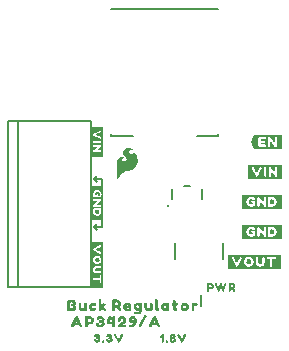
<source format=gto>
G04 EAGLE Gerber RS-274X export*
G75*
%MOMM*%
%FSLAX34Y34*%
%LPD*%
%INSilkscreen Top*%
%IPPOS*%
%AMOC8*
5,1,8,0,0,1.08239X$1,22.5*%
G01*
%ADD10C,0.177800*%
%ADD11C,0.203200*%
%ADD12C,0.254000*%

G36*
X232197Y70287D02*
X232197Y70287D01*
X232192Y70294D01*
X232199Y70300D01*
X232199Y81600D01*
X232195Y81606D01*
X232198Y81610D01*
X232098Y82110D01*
X232054Y82149D01*
X232052Y82147D01*
X232050Y82149D01*
X186950Y82149D01*
X186903Y82113D01*
X186908Y82106D01*
X186901Y82100D01*
X186901Y70800D01*
X186905Y70794D01*
X186902Y70790D01*
X187002Y70290D01*
X187046Y70251D01*
X187048Y70253D01*
X187050Y70251D01*
X232150Y70251D01*
X232197Y70287D01*
G37*
G36*
X81347Y54347D02*
X81347Y54347D01*
X81342Y54354D01*
X81349Y54360D01*
X81349Y92560D01*
X81344Y92567D01*
X81348Y92572D01*
X81248Y92972D01*
X81201Y93009D01*
X81201Y93008D01*
X81200Y93009D01*
X71100Y93009D01*
X71053Y92973D01*
X71058Y92966D01*
X71051Y92960D01*
X71051Y54360D01*
X71087Y54313D01*
X71094Y54318D01*
X71100Y54311D01*
X81300Y54311D01*
X81347Y54347D01*
G37*
G36*
X232547Y95687D02*
X232547Y95687D01*
X232542Y95694D01*
X232549Y95700D01*
X232549Y107500D01*
X232513Y107547D01*
X232506Y107542D01*
X232500Y107549D01*
X199400Y107549D01*
X199353Y107513D01*
X199354Y107511D01*
X199352Y107510D01*
X199252Y107010D01*
X199255Y107003D01*
X199251Y107000D01*
X199251Y95700D01*
X199287Y95653D01*
X199294Y95658D01*
X199300Y95651D01*
X232500Y95651D01*
X232547Y95687D01*
G37*
G36*
X232547Y121087D02*
X232547Y121087D01*
X232542Y121094D01*
X232549Y121100D01*
X232549Y132900D01*
X232513Y132947D01*
X232506Y132942D01*
X232500Y132949D01*
X199400Y132949D01*
X199353Y132913D01*
X199354Y132911D01*
X199352Y132910D01*
X199252Y132410D01*
X199255Y132403D01*
X199251Y132400D01*
X199251Y121100D01*
X199287Y121053D01*
X199294Y121058D01*
X199300Y121051D01*
X232500Y121051D01*
X232547Y121087D01*
G37*
G36*
X232987Y146487D02*
X232987Y146487D01*
X232982Y146494D01*
X232989Y146500D01*
X232989Y158300D01*
X232953Y158347D01*
X232946Y158342D01*
X232940Y158349D01*
X203940Y158349D01*
X203893Y158313D01*
X203898Y158306D01*
X203891Y158300D01*
X203891Y146500D01*
X203927Y146453D01*
X203934Y146458D01*
X203940Y146451D01*
X232940Y146451D01*
X232987Y146487D01*
G37*
G36*
X232296Y171863D02*
X232296Y171863D01*
X232307Y171859D01*
X232607Y172059D01*
X232613Y172076D01*
X232623Y172084D01*
X232618Y172090D01*
X232619Y172092D01*
X232629Y172100D01*
X232629Y183300D01*
X232620Y183313D01*
X232624Y183322D01*
X232424Y183722D01*
X232387Y183741D01*
X232380Y183749D01*
X209280Y183749D01*
X209247Y183724D01*
X209236Y183722D01*
X206336Y177922D01*
X206341Y177896D01*
X206333Y177884D01*
X206533Y177284D01*
X206538Y177281D01*
X206536Y177278D01*
X209236Y171978D01*
X209264Y171964D01*
X209270Y171952D01*
X209770Y171852D01*
X209777Y171855D01*
X209780Y171851D01*
X232280Y171851D01*
X232296Y171863D01*
G37*
G36*
X81347Y111517D02*
X81347Y111517D01*
X81342Y111524D01*
X81349Y111530D01*
X81349Y137330D01*
X81344Y137337D01*
X81347Y137346D01*
X81334Y137350D01*
X81313Y137377D01*
X81295Y137363D01*
X81291Y137364D01*
X81328Y137389D01*
X81336Y137413D01*
X81347Y137422D01*
X81344Y137426D01*
X81349Y137430D01*
X81349Y139930D01*
X81313Y139977D01*
X81306Y139972D01*
X81300Y139979D01*
X71200Y139979D01*
X71153Y139943D01*
X71154Y139941D01*
X71152Y139940D01*
X71052Y139440D01*
X71055Y139433D01*
X71051Y139430D01*
X71051Y111530D01*
X71087Y111483D01*
X71094Y111488D01*
X71100Y111481D01*
X81300Y111481D01*
X81347Y111517D01*
G37*
G36*
X81347Y165287D02*
X81347Y165287D01*
X81342Y165294D01*
X81349Y165300D01*
X81349Y190300D01*
X81313Y190347D01*
X81306Y190342D01*
X81300Y190349D01*
X71600Y190349D01*
X71594Y190345D01*
X71590Y190348D01*
X71090Y190248D01*
X71051Y190204D01*
X71053Y190202D01*
X71051Y190200D01*
X71051Y165300D01*
X71087Y165253D01*
X71094Y165258D01*
X71100Y165251D01*
X81300Y165251D01*
X81347Y165287D01*
G37*
G36*
X93409Y146741D02*
X93409Y146741D01*
X93471Y146743D01*
X93493Y146756D01*
X93519Y146760D01*
X93590Y146808D01*
X93623Y146826D01*
X93629Y146834D01*
X93639Y146841D01*
X94139Y147341D01*
X94158Y147372D01*
X94196Y147414D01*
X94472Y147874D01*
X94939Y148341D01*
X94947Y148354D01*
X94962Y148367D01*
X95451Y148953D01*
X96639Y150141D01*
X96646Y150152D01*
X96659Y150163D01*
X97849Y151552D01*
X98806Y152508D01*
X99704Y153047D01*
X100201Y153130D01*
X102070Y153130D01*
X102096Y153136D01*
X102133Y153135D01*
X103333Y153335D01*
X103348Y153342D01*
X103370Y153343D01*
X104470Y153643D01*
X104487Y153652D01*
X104511Y153657D01*
X105511Y154057D01*
X105533Y154072D01*
X105566Y154084D01*
X106566Y154684D01*
X106586Y154704D01*
X106620Y154724D01*
X107420Y155424D01*
X107427Y155433D01*
X107439Y155441D01*
X108239Y156241D01*
X108250Y156259D01*
X108270Y156277D01*
X108970Y157177D01*
X108981Y157200D01*
X109002Y157225D01*
X110002Y159025D01*
X110013Y159061D01*
X110038Y159113D01*
X110538Y161013D01*
X110539Y161045D01*
X110550Y161088D01*
X110650Y162788D01*
X110643Y162824D01*
X110644Y162880D01*
X110344Y164480D01*
X110335Y164501D01*
X110331Y164530D01*
X109831Y166030D01*
X109812Y166061D01*
X109791Y166114D01*
X109091Y167214D01*
X109072Y167233D01*
X109054Y167263D01*
X108829Y167516D01*
X108491Y167896D01*
X108254Y168163D01*
X108222Y168185D01*
X108172Y168232D01*
X107372Y168732D01*
X107342Y168743D01*
X107322Y168757D01*
X107287Y168763D01*
X107242Y168783D01*
X107225Y168783D01*
X107208Y168788D01*
X107176Y168784D01*
X107170Y168784D01*
X107162Y168782D01*
X107139Y168779D01*
X107069Y168777D01*
X107054Y168768D01*
X107036Y168766D01*
X107006Y168746D01*
X107001Y168745D01*
X106987Y168733D01*
X106978Y168727D01*
X106917Y168694D01*
X106907Y168679D01*
X106892Y168669D01*
X106876Y168641D01*
X106868Y168635D01*
X106854Y168604D01*
X106817Y168552D01*
X106814Y168533D01*
X106806Y168519D01*
X106804Y168493D01*
X106797Y168476D01*
X106798Y168451D01*
X106790Y168410D01*
X106790Y167572D01*
X106718Y167356D01*
X106658Y167235D01*
X106465Y167042D01*
X106308Y166990D01*
X106117Y166990D01*
X105403Y167169D01*
X105061Y167340D01*
X104790Y167521D01*
X104420Y167798D01*
X103866Y168352D01*
X103523Y168866D01*
X103450Y169157D01*
X103450Y169648D01*
X103522Y169864D01*
X103600Y170019D01*
X103750Y170245D01*
X104071Y170485D01*
X104394Y170647D01*
X104845Y170737D01*
X104852Y170741D01*
X104862Y170741D01*
X105217Y170830D01*
X105680Y170830D01*
X105800Y170770D01*
X105815Y170766D01*
X105828Y170757D01*
X105962Y170731D01*
X105969Y170730D01*
X105970Y170730D01*
X106070Y170730D01*
X106095Y170736D01*
X106121Y170733D01*
X106179Y170755D01*
X106239Y170769D01*
X106259Y170786D01*
X106283Y170795D01*
X106325Y170840D01*
X106372Y170879D01*
X106383Y170903D01*
X106400Y170922D01*
X106418Y170981D01*
X106443Y171038D01*
X106442Y171063D01*
X106450Y171088D01*
X106439Y171149D01*
X106437Y171211D01*
X106424Y171233D01*
X106420Y171259D01*
X106372Y171330D01*
X106354Y171363D01*
X106346Y171369D01*
X106339Y171379D01*
X106239Y171479D01*
X106219Y171491D01*
X106198Y171514D01*
X105798Y171814D01*
X105772Y171826D01*
X105740Y171850D01*
X104340Y172550D01*
X104328Y172553D01*
X104319Y172559D01*
X104290Y172565D01*
X104253Y172581D01*
X103353Y172781D01*
X103319Y172781D01*
X103270Y172790D01*
X102270Y172790D01*
X102242Y172784D01*
X102202Y172784D01*
X101102Y172584D01*
X101067Y172569D01*
X101010Y172551D01*
X100995Y172547D01*
X100992Y172545D01*
X100988Y172544D01*
X99888Y171944D01*
X99868Y171926D01*
X99837Y171910D01*
X98937Y171210D01*
X98917Y171186D01*
X98848Y171112D01*
X98348Y170312D01*
X98336Y170278D01*
X98309Y170230D01*
X98009Y169330D01*
X98006Y169293D01*
X97990Y169210D01*
X97990Y168410D01*
X97997Y168377D01*
X97999Y168328D01*
X98199Y167428D01*
X98216Y167392D01*
X98238Y167325D01*
X98738Y166425D01*
X98760Y166401D01*
X98784Y166360D01*
X99484Y165560D01*
X99485Y165559D01*
X99486Y165557D01*
X100286Y164657D01*
X100294Y164652D01*
X100301Y164641D01*
X100943Y163999D01*
X101190Y163341D01*
X101190Y162772D01*
X101031Y162295D01*
X100710Y161894D01*
X100214Y161563D01*
X99523Y161390D01*
X98808Y161390D01*
X98379Y161476D01*
X97984Y161634D01*
X97466Y162152D01*
X97315Y162379D01*
X97250Y162572D01*
X97250Y162848D01*
X97302Y163005D01*
X97775Y163478D01*
X97990Y163549D01*
X98010Y163562D01*
X98040Y163570D01*
X98440Y163770D01*
X98469Y163794D01*
X98539Y163841D01*
X98639Y163941D01*
X98652Y163962D01*
X98671Y163978D01*
X98697Y164035D01*
X98730Y164088D01*
X98733Y164113D01*
X98743Y164136D01*
X98741Y164199D01*
X98747Y164261D01*
X98738Y164284D01*
X98737Y164309D01*
X98707Y164364D01*
X98685Y164423D01*
X98667Y164440D01*
X98655Y164462D01*
X98585Y164516D01*
X98558Y164540D01*
X98549Y164543D01*
X98540Y164550D01*
X98140Y164750D01*
X98125Y164754D01*
X98112Y164763D01*
X97978Y164789D01*
X97972Y164790D01*
X97971Y164790D01*
X97970Y164790D01*
X96770Y164790D01*
X96744Y164784D01*
X96708Y164785D01*
X96108Y164685D01*
X96102Y164683D01*
X96095Y164683D01*
X95595Y164583D01*
X95569Y164571D01*
X95529Y164563D01*
X95029Y164363D01*
X94998Y164341D01*
X94942Y164314D01*
X94542Y164014D01*
X94538Y164010D01*
X94532Y164007D01*
X94032Y163607D01*
X94015Y163584D01*
X93944Y163506D01*
X93344Y162506D01*
X93332Y162470D01*
X93304Y162414D01*
X93104Y161714D01*
X93103Y161689D01*
X93093Y161657D01*
X92993Y160857D01*
X92995Y160836D01*
X92990Y160810D01*
X92990Y147110D01*
X92996Y147085D01*
X92993Y147059D01*
X93015Y147002D01*
X93029Y146941D01*
X93046Y146921D01*
X93055Y146897D01*
X93100Y146855D01*
X93139Y146808D01*
X93163Y146797D01*
X93182Y146780D01*
X93241Y146762D01*
X93298Y146737D01*
X93323Y146738D01*
X93348Y146730D01*
X93409Y146741D01*
G37*
G36*
X55684Y34624D02*
X55684Y34624D01*
X55687Y34621D01*
X56387Y34721D01*
X56392Y34726D01*
X56396Y34723D01*
X56996Y34923D01*
X57003Y34934D01*
X57011Y34932D01*
X57511Y35332D01*
X57512Y35336D01*
X57515Y35335D01*
X58015Y35835D01*
X58016Y35847D01*
X58024Y35848D01*
X58324Y36448D01*
X58323Y36455D01*
X58327Y36456D01*
X58527Y37156D01*
X58524Y37166D01*
X58527Y37168D01*
X58527Y37169D01*
X58529Y37170D01*
X58529Y37870D01*
X58526Y37874D01*
X58529Y37877D01*
X58429Y38577D01*
X58424Y38582D01*
X58427Y38586D01*
X58227Y39186D01*
X58216Y39193D01*
X58218Y39201D01*
X57835Y39680D01*
X57926Y39951D01*
X58224Y40548D01*
X58222Y40559D01*
X58229Y40563D01*
X58329Y41263D01*
X58324Y41272D01*
X58329Y41277D01*
X58229Y41977D01*
X58224Y41982D01*
X58227Y41986D01*
X58027Y42586D01*
X58019Y42591D01*
X58021Y42597D01*
X57621Y43197D01*
X57614Y43200D01*
X57615Y43205D01*
X57115Y43705D01*
X57106Y43706D01*
X57105Y43712D01*
X56605Y44012D01*
X56596Y44011D01*
X56594Y44017D01*
X55894Y44217D01*
X55884Y44214D01*
X55880Y44219D01*
X51680Y44219D01*
X51665Y44208D01*
X51655Y44212D01*
X51155Y43912D01*
X51146Y43890D01*
X51133Y43886D01*
X50933Y43286D01*
X50937Y43275D01*
X50931Y43270D01*
X50931Y35770D01*
X50934Y35766D01*
X50931Y35763D01*
X51031Y35063D01*
X51050Y35044D01*
X51050Y35031D01*
X51450Y34731D01*
X51468Y34731D01*
X51474Y34721D01*
X52274Y34621D01*
X52278Y34623D01*
X52280Y34621D01*
X55680Y34621D01*
X55684Y34624D01*
G37*
G36*
X90886Y34721D02*
X90886Y34721D01*
X90900Y34734D01*
X90911Y34732D01*
X91411Y35132D01*
X91415Y35147D01*
X91418Y35149D01*
X91416Y35152D01*
X91417Y35156D01*
X91429Y35162D01*
X91529Y35762D01*
X91526Y35767D01*
X91529Y35770D01*
X91529Y37137D01*
X91989Y37321D01*
X93253Y37321D01*
X93736Y36547D01*
X94435Y34950D01*
X94453Y34940D01*
X94455Y34928D01*
X94955Y34628D01*
X94978Y34630D01*
X94987Y34621D01*
X95687Y34721D01*
X95696Y34731D01*
X95704Y34727D01*
X96404Y35127D01*
X96413Y35148D01*
X96426Y35152D01*
X96626Y35652D01*
X96620Y35673D01*
X96627Y35684D01*
X96427Y36384D01*
X96426Y36385D01*
X96427Y36386D01*
X96327Y36686D01*
X96323Y36688D01*
X96325Y36691D01*
X95727Y37985D01*
X95633Y38457D01*
X96018Y38939D01*
X96019Y38947D01*
X96024Y38948D01*
X96324Y39548D01*
X96323Y39555D01*
X96327Y39556D01*
X96527Y40256D01*
X96524Y40266D01*
X96529Y40270D01*
X96529Y40970D01*
X96526Y40974D01*
X96529Y40977D01*
X96429Y41677D01*
X96424Y41682D01*
X96427Y41686D01*
X96227Y42286D01*
X96219Y42291D01*
X96221Y42297D01*
X95821Y42897D01*
X95814Y42900D01*
X95815Y42905D01*
X95415Y43305D01*
X95390Y43308D01*
X95416Y43336D01*
X95422Y43395D01*
X95408Y43397D01*
X95407Y43411D01*
X94807Y43811D01*
X94803Y43811D01*
X94802Y43814D01*
X94202Y44114D01*
X94191Y44112D01*
X94187Y44119D01*
X93488Y44219D01*
X92888Y44319D01*
X92883Y44316D01*
X92880Y44319D01*
X90080Y44319D01*
X90072Y44313D01*
X90066Y44317D01*
X89366Y44117D01*
X89347Y44092D01*
X89334Y44088D01*
X89134Y43588D01*
X89138Y43575D01*
X89131Y43570D01*
X89131Y35370D01*
X89139Y35359D01*
X89134Y35352D01*
X89334Y34852D01*
X89362Y34835D01*
X89366Y34823D01*
X90066Y34623D01*
X90080Y34628D01*
X90086Y34621D01*
X90886Y34721D01*
G37*
%LPC*%
G36*
X203958Y72149D02*
X203958Y72149D01*
X203367Y72346D01*
X202872Y72544D01*
X202381Y72839D01*
X201985Y73235D01*
X201981Y73235D01*
X201981Y73238D01*
X201488Y73633D01*
X201192Y74125D01*
X200895Y74621D01*
X200698Y75212D01*
X200599Y75804D01*
X200599Y76396D01*
X200699Y76992D01*
X200798Y77587D01*
X200996Y78082D01*
X200995Y78084D01*
X200997Y78084D01*
X201193Y78673D01*
X201585Y79065D01*
X201585Y79069D01*
X201588Y79069D01*
X201983Y79562D01*
X202475Y79858D01*
X202972Y80156D01*
X203463Y80352D01*
X204058Y80451D01*
X204654Y80551D01*
X204946Y80551D01*
X205538Y80452D01*
X206133Y80254D01*
X206628Y80056D01*
X207117Y79762D01*
X207512Y79269D01*
X207516Y79268D01*
X207515Y79265D01*
X207913Y78867D01*
X208307Y78375D01*
X208504Y77883D01*
X208701Y77292D01*
X208701Y76700D01*
X208704Y76695D01*
X208701Y76692D01*
X208800Y76100D01*
X208702Y75512D01*
X208504Y74917D01*
X208306Y74422D01*
X208008Y73925D01*
X207712Y73433D01*
X207219Y73038D01*
X207218Y73034D01*
X207215Y73035D01*
X206823Y72643D01*
X206234Y72447D01*
X206233Y72445D01*
X206232Y72446D01*
X205737Y72248D01*
X205146Y72149D01*
X203958Y72149D01*
G37*
%LPD*%
G36*
X110984Y31724D02*
X110984Y31724D01*
X110987Y31721D01*
X111687Y31821D01*
X111695Y31829D01*
X111702Y31826D01*
X112302Y32126D01*
X112305Y32133D01*
X112311Y32132D01*
X113311Y32932D01*
X113313Y32942D01*
X113321Y32943D01*
X113721Y33543D01*
X113720Y33552D01*
X113727Y33554D01*
X113927Y34154D01*
X113925Y34161D01*
X113929Y34163D01*
X114029Y34863D01*
X114026Y34868D01*
X114029Y34870D01*
X114029Y40970D01*
X114015Y40988D01*
X114018Y41001D01*
X113618Y41501D01*
X113593Y41507D01*
X113587Y41519D01*
X112887Y41619D01*
X112878Y41614D01*
X112873Y41619D01*
X112173Y41519D01*
X112158Y41503D01*
X112145Y41505D01*
X111765Y41125D01*
X111397Y41216D01*
X110802Y41514D01*
X110791Y41512D01*
X110787Y41519D01*
X110087Y41619D01*
X110073Y41611D01*
X110064Y41617D01*
X108864Y41217D01*
X108857Y41206D01*
X108848Y41208D01*
X108248Y40708D01*
X108247Y40701D01*
X108242Y40701D01*
X107842Y40201D01*
X107841Y40197D01*
X107839Y40197D01*
X107439Y39597D01*
X107440Y39588D01*
X107433Y39586D01*
X107233Y38986D01*
X107235Y38979D01*
X107231Y38977D01*
X107131Y38277D01*
X107136Y38268D01*
X107131Y38263D01*
X107231Y37563D01*
X107236Y37558D01*
X107233Y37554D01*
X107433Y36954D01*
X107438Y36951D01*
X107436Y36948D01*
X107736Y36348D01*
X107743Y36345D01*
X107742Y36339D01*
X108142Y35839D01*
X108149Y35837D01*
X108148Y35832D01*
X108748Y35332D01*
X108757Y35332D01*
X108758Y35326D01*
X109358Y35026D01*
X109363Y35027D01*
X109364Y35023D01*
X109964Y34823D01*
X109970Y34825D01*
X109972Y34824D01*
X109985Y34824D01*
X109987Y34821D01*
X110687Y34921D01*
X110692Y34926D01*
X110696Y34923D01*
X111296Y35123D01*
X111303Y35134D01*
X111311Y35132D01*
X111731Y35468D01*
X111731Y35174D01*
X111633Y34588D01*
X111249Y34012D01*
X110581Y33822D01*
X109999Y34016D01*
X109402Y34314D01*
X109397Y34313D01*
X109396Y34317D01*
X108796Y34517D01*
X108765Y34507D01*
X108753Y34511D01*
X108153Y34111D01*
X108147Y34094D01*
X108136Y34092D01*
X107836Y33492D01*
X107839Y33476D01*
X107831Y33470D01*
X107831Y32970D01*
X107845Y32952D01*
X107842Y32939D01*
X108242Y32439D01*
X108256Y32436D01*
X108258Y32426D01*
X109058Y32026D01*
X109063Y32027D01*
X109064Y32023D01*
X109664Y31823D01*
X109670Y31825D01*
X109672Y31821D01*
X110272Y31721D01*
X110277Y31724D01*
X110280Y31721D01*
X110980Y31721D01*
X110984Y31724D01*
G37*
G36*
X67931Y20667D02*
X67931Y20667D01*
X67945Y20665D01*
X68345Y21065D01*
X68346Y21077D01*
X68351Y21081D01*
X68348Y21086D01*
X68359Y21092D01*
X68459Y21692D01*
X68456Y21697D01*
X68459Y21700D01*
X68459Y23067D01*
X68919Y23251D01*
X70210Y23251D01*
X70214Y23254D01*
X70217Y23251D01*
X70917Y23351D01*
X70922Y23356D01*
X70926Y23353D01*
X71526Y23553D01*
X71531Y23561D01*
X71537Y23559D01*
X72137Y23959D01*
X72138Y23962D01*
X72141Y23962D01*
X72641Y24362D01*
X72643Y24369D01*
X72648Y24369D01*
X73048Y24869D01*
X73049Y24879D01*
X73055Y24881D01*
X73355Y25581D01*
X73355Y25584D01*
X73357Y25584D01*
X73557Y26184D01*
X73553Y26195D01*
X73559Y26200D01*
X73559Y27600D01*
X73550Y27613D01*
X73554Y27622D01*
X73154Y28422D01*
X73147Y28425D01*
X73148Y28431D01*
X72748Y28931D01*
X72744Y28932D01*
X72745Y28935D01*
X72245Y29435D01*
X72238Y29436D01*
X72237Y29441D01*
X71637Y29841D01*
X71633Y29841D01*
X71632Y29844D01*
X71032Y30144D01*
X71022Y30142D01*
X71018Y30149D01*
X70418Y30249D01*
X70413Y30246D01*
X70410Y30249D01*
X66910Y30249D01*
X66901Y30242D01*
X66894Y30247D01*
X66294Y30047D01*
X66277Y30022D01*
X66264Y30018D01*
X66064Y29518D01*
X66068Y29505D01*
X66061Y29500D01*
X66061Y21300D01*
X66074Y21282D01*
X66071Y21270D01*
X66371Y20870D01*
X66392Y20864D01*
X66396Y20853D01*
X67096Y20653D01*
X67106Y20656D01*
X67110Y20651D01*
X67910Y20651D01*
X67931Y20667D01*
G37*
%LPC*%
G36*
X221416Y97549D02*
X221416Y97549D01*
X221049Y97825D01*
X221049Y98400D01*
X221013Y98447D01*
X221007Y98443D01*
X221003Y98449D01*
X220975Y98451D01*
X221000Y98451D01*
X221047Y98487D01*
X221044Y98491D01*
X221047Y98494D01*
X221045Y98497D01*
X221049Y98500D01*
X221049Y104995D01*
X221145Y105472D01*
X221516Y105751D01*
X224296Y105751D01*
X225483Y105553D01*
X225975Y105258D01*
X226472Y104960D01*
X226965Y104565D01*
X227361Y104070D01*
X227656Y103677D01*
X227853Y103084D01*
X227855Y103083D01*
X227854Y103082D01*
X228052Y102587D01*
X228151Y101996D01*
X228151Y101404D01*
X227953Y100217D01*
X227658Y99725D01*
X227360Y99228D01*
X226963Y98733D01*
X226570Y98339D01*
X226075Y98042D01*
X225583Y97747D01*
X224396Y97549D01*
X221416Y97549D01*
G37*
%LPD*%
%LPC*%
G36*
X221416Y122949D02*
X221416Y122949D01*
X221049Y123225D01*
X221049Y123800D01*
X221013Y123847D01*
X221007Y123843D01*
X221003Y123849D01*
X220975Y123851D01*
X221000Y123851D01*
X221047Y123887D01*
X221044Y123891D01*
X221047Y123894D01*
X221045Y123897D01*
X221049Y123900D01*
X221049Y130395D01*
X221145Y130872D01*
X221516Y131151D01*
X224296Y131151D01*
X225483Y130953D01*
X225975Y130658D01*
X226472Y130360D01*
X226965Y129965D01*
X227361Y129470D01*
X227656Y129077D01*
X227853Y128484D01*
X227855Y128483D01*
X227854Y128482D01*
X228052Y127987D01*
X228151Y127396D01*
X228151Y126804D01*
X227953Y125617D01*
X227658Y125125D01*
X227360Y124628D01*
X226963Y124133D01*
X226570Y123739D01*
X226075Y123442D01*
X225583Y123147D01*
X224396Y122949D01*
X221416Y122949D01*
G37*
%LPD*%
G36*
X100428Y20665D02*
X100428Y20665D01*
X100441Y20662D01*
X100941Y21062D01*
X100945Y21077D01*
X100950Y21081D01*
X100947Y21085D01*
X100947Y21086D01*
X100959Y21092D01*
X101059Y21692D01*
X101053Y21702D01*
X101059Y21707D01*
X100959Y22407D01*
X100946Y22420D01*
X100948Y22431D01*
X100548Y22931D01*
X100523Y22937D01*
X100517Y22949D01*
X99817Y23049D01*
X99812Y23046D01*
X99810Y23049D01*
X97830Y23049D01*
X97789Y23090D01*
X98233Y23357D01*
X98832Y23656D01*
X98836Y23664D01*
X98842Y23662D01*
X99442Y24162D01*
X99442Y24166D01*
X99445Y24165D01*
X99945Y24665D01*
X99946Y24674D01*
X99952Y24675D01*
X100252Y25175D01*
X100252Y25180D01*
X100255Y25181D01*
X100555Y25881D01*
X100553Y25889D01*
X100559Y25892D01*
X100659Y26492D01*
X100656Y26497D01*
X100657Y26498D01*
X100659Y26500D01*
X100659Y27200D01*
X100653Y27208D01*
X100657Y27214D01*
X100457Y27914D01*
X100456Y27915D01*
X100457Y27916D01*
X100257Y28516D01*
X100246Y28523D01*
X100248Y28531D01*
X99448Y29531D01*
X99438Y29533D01*
X99437Y29541D01*
X98837Y29941D01*
X98833Y29941D01*
X98832Y29944D01*
X98232Y30244D01*
X98222Y30242D01*
X98218Y30249D01*
X97618Y30349D01*
X97613Y30346D01*
X97610Y30349D01*
X96810Y30349D01*
X96806Y30346D01*
X96803Y30349D01*
X96103Y30249D01*
X96098Y30244D01*
X96094Y30247D01*
X95494Y30047D01*
X95490Y30040D01*
X95485Y30042D01*
X94985Y29742D01*
X94981Y29734D01*
X94975Y29735D01*
X94475Y29235D01*
X94474Y29228D01*
X94469Y29227D01*
X94069Y28627D01*
X94069Y28623D01*
X94066Y28622D01*
X93766Y28022D01*
X93768Y28012D01*
X93761Y28008D01*
X93661Y27408D01*
X93662Y27407D01*
X93661Y27407D01*
X93561Y26707D01*
X93567Y26697D01*
X93561Y26692D01*
X93661Y26092D01*
X93677Y26077D01*
X93675Y26065D01*
X94075Y25665D01*
X94102Y25662D01*
X94110Y25651D01*
X95010Y25651D01*
X95019Y25658D01*
X95026Y25653D01*
X95626Y25853D01*
X95639Y25873D01*
X95652Y25875D01*
X95952Y26375D01*
X95951Y26388D01*
X95959Y26392D01*
X96058Y26988D01*
X96251Y27568D01*
X96825Y27951D01*
X97493Y27951D01*
X97971Y27568D01*
X98259Y26992D01*
X98163Y26418D01*
X97773Y25834D01*
X97281Y25440D01*
X96683Y25041D01*
X94983Y23941D01*
X94982Y23938D01*
X94979Y23938D01*
X94479Y23538D01*
X94478Y23534D01*
X94475Y23535D01*
X93975Y23035D01*
X93974Y23023D01*
X93966Y23022D01*
X93666Y22422D01*
X93668Y22412D01*
X93661Y22408D01*
X93561Y21808D01*
X93569Y21793D01*
X93563Y21784D01*
X93763Y21184D01*
X93777Y21175D01*
X93775Y21165D01*
X94275Y20665D01*
X94302Y20662D01*
X94310Y20651D01*
X100410Y20651D01*
X100428Y20665D01*
G37*
G36*
X128525Y20662D02*
X128525Y20662D01*
X128536Y20658D01*
X129336Y21158D01*
X129342Y21174D01*
X129352Y21175D01*
X129652Y21675D01*
X129649Y21707D01*
X129656Y21718D01*
X129456Y22218D01*
X129454Y22219D01*
X129455Y22221D01*
X125955Y29721D01*
X125944Y29727D01*
X125945Y29735D01*
X125645Y30035D01*
X125633Y30036D01*
X125632Y30044D01*
X125032Y30344D01*
X125011Y30340D01*
X125002Y30349D01*
X124402Y30249D01*
X124392Y30238D01*
X124383Y30241D01*
X123783Y29841D01*
X123777Y29824D01*
X123766Y29822D01*
X123466Y29222D01*
X120166Y22422D01*
X120167Y22417D01*
X120163Y22416D01*
X119963Y21816D01*
X119970Y21797D01*
X119969Y21797D01*
X119970Y21796D01*
X119971Y21793D01*
X119964Y21782D01*
X120164Y21282D01*
X120181Y21272D01*
X120181Y21260D01*
X120881Y20760D01*
X120897Y20760D01*
X120902Y20751D01*
X121502Y20651D01*
X121521Y20661D01*
X121532Y20656D01*
X122132Y20956D01*
X122142Y20976D01*
X122154Y20978D01*
X122454Y21578D01*
X123040Y22751D01*
X126390Y22751D01*
X126769Y22371D01*
X127365Y21079D01*
X127380Y21072D01*
X127379Y21062D01*
X127879Y20662D01*
X127902Y20661D01*
X127910Y20651D01*
X128510Y20651D01*
X128525Y20662D01*
G37*
G36*
X62727Y20664D02*
X62727Y20664D01*
X62739Y20660D01*
X63439Y21160D01*
X63443Y21174D01*
X63452Y21175D01*
X63752Y21675D01*
X63750Y21700D01*
X63758Y21710D01*
X63658Y22210D01*
X63652Y22216D01*
X63654Y22221D01*
X60054Y29721D01*
X60050Y29724D01*
X60051Y29727D01*
X59851Y30027D01*
X59834Y30033D01*
X59832Y30044D01*
X59232Y30344D01*
X59212Y30340D01*
X59203Y30349D01*
X58503Y30249D01*
X58490Y30236D01*
X58479Y30238D01*
X57979Y29838D01*
X57976Y29824D01*
X57966Y29822D01*
X57666Y29222D01*
X54366Y22422D01*
X54367Y22417D01*
X54363Y22416D01*
X54163Y21816D01*
X54170Y21797D01*
X54169Y21797D01*
X54170Y21796D01*
X54171Y21793D01*
X54164Y21782D01*
X54364Y21282D01*
X54381Y21272D01*
X54381Y21260D01*
X55081Y20760D01*
X55097Y20760D01*
X55102Y20751D01*
X55702Y20651D01*
X55721Y20661D01*
X55732Y20656D01*
X56332Y20956D01*
X56342Y20976D01*
X56354Y20978D01*
X56654Y21578D01*
X57240Y22751D01*
X60590Y22751D01*
X60969Y22371D01*
X61565Y21079D01*
X61580Y21072D01*
X61579Y21062D01*
X62079Y20662D01*
X62102Y20661D01*
X62110Y20651D01*
X62710Y20651D01*
X62727Y20664D01*
G37*
G36*
X79718Y20657D02*
X79718Y20657D01*
X79724Y20653D01*
X80424Y20853D01*
X80428Y20858D01*
X80432Y20856D01*
X81032Y21156D01*
X81033Y21159D01*
X81035Y21158D01*
X81535Y21458D01*
X81539Y21466D01*
X81545Y21465D01*
X82045Y21965D01*
X82046Y21977D01*
X82054Y21978D01*
X82354Y22578D01*
X82353Y22583D01*
X82357Y22584D01*
X82557Y23184D01*
X82555Y23191D01*
X82559Y23193D01*
X82659Y23893D01*
X82653Y23903D01*
X82659Y23908D01*
X82559Y24508D01*
X82548Y24518D01*
X82551Y24527D01*
X82151Y25127D01*
X82144Y25130D01*
X82145Y25135D01*
X81659Y25620D01*
X81659Y25976D01*
X82141Y26362D01*
X82146Y26381D01*
X82157Y26384D01*
X82357Y26984D01*
X82355Y26989D01*
X82358Y26991D01*
X82357Y26992D01*
X82359Y26993D01*
X82459Y27693D01*
X82452Y27706D01*
X82457Y27714D01*
X82257Y28414D01*
X82252Y28418D01*
X82254Y28422D01*
X81954Y29022D01*
X81947Y29025D01*
X81948Y29031D01*
X81548Y29531D01*
X81544Y29532D01*
X81545Y29535D01*
X80545Y30535D01*
X80518Y30539D01*
X80510Y30549D01*
X78510Y30549D01*
X78502Y30543D01*
X78496Y30547D01*
X77796Y30347D01*
X77795Y30346D01*
X77794Y30347D01*
X77194Y30147D01*
X77187Y30136D01*
X77179Y30138D01*
X76679Y29738D01*
X76678Y29734D01*
X76675Y29735D01*
X76175Y29235D01*
X76174Y29225D01*
X76167Y29224D01*
X75767Y28524D01*
X75769Y28513D01*
X75762Y28510D01*
X75662Y28010D01*
X75673Y27987D01*
X75668Y27975D01*
X75968Y27475D01*
X75984Y27468D01*
X75986Y27457D01*
X76686Y27057D01*
X76698Y27059D01*
X76702Y27051D01*
X77302Y26951D01*
X77308Y26955D01*
X77315Y26955D01*
X77328Y26965D01*
X77341Y26962D01*
X77841Y27362D01*
X77843Y27369D01*
X77848Y27369D01*
X78242Y27861D01*
X78822Y28151D01*
X79493Y28151D01*
X79961Y27776D01*
X79961Y27236D01*
X79399Y27048D01*
X78604Y26949D01*
X78597Y26942D01*
X78592Y26946D01*
X78092Y26746D01*
X78076Y26720D01*
X78063Y26716D01*
X77863Y26116D01*
X77868Y26101D01*
X77861Y26095D01*
X77961Y25195D01*
X77974Y25181D01*
X77971Y25170D01*
X78271Y24770D01*
X78296Y24763D01*
X78302Y24751D01*
X78902Y24651D01*
X78903Y24652D01*
X78904Y24651D01*
X79687Y24553D01*
X80161Y24080D01*
X80161Y23520D01*
X79784Y23144D01*
X79107Y22950D01*
X78425Y23048D01*
X77848Y23336D01*
X77555Y24019D01*
X77540Y24028D01*
X77540Y24039D01*
X77140Y24339D01*
X77122Y24339D01*
X77116Y24349D01*
X76316Y24449D01*
X76306Y24443D01*
X76302Y24443D01*
X76296Y24447D01*
X75596Y24247D01*
X75583Y24230D01*
X75571Y24230D01*
X75271Y23830D01*
X75271Y23821D01*
X75265Y23816D01*
X75271Y23808D01*
X75271Y23803D01*
X75261Y23793D01*
X75361Y23093D01*
X75366Y23088D01*
X75363Y23084D01*
X75563Y22484D01*
X75571Y22479D01*
X75569Y22473D01*
X75969Y21873D01*
X75976Y21870D01*
X75975Y21865D01*
X76475Y21365D01*
X76484Y21364D01*
X76485Y21358D01*
X76985Y21058D01*
X76988Y21058D01*
X76988Y21056D01*
X77588Y20756D01*
X77599Y20758D01*
X77603Y20751D01*
X78303Y20651D01*
X78308Y20654D01*
X78310Y20651D01*
X79710Y20651D01*
X79718Y20657D01*
G37*
G36*
X105114Y20654D02*
X105114Y20654D01*
X105117Y20651D01*
X105817Y20751D01*
X105821Y20755D01*
X105824Y20753D01*
X106524Y20953D01*
X106529Y20960D01*
X106535Y20958D01*
X107035Y21258D01*
X107036Y21259D01*
X107037Y21259D01*
X107637Y21659D01*
X107638Y21662D01*
X107641Y21662D01*
X108141Y22062D01*
X108143Y22069D01*
X108148Y22069D01*
X108548Y22569D01*
X108549Y22577D01*
X108554Y22578D01*
X108853Y23177D01*
X109152Y23675D01*
X109152Y23680D01*
X109155Y23681D01*
X109455Y24381D01*
X109453Y24389D01*
X109459Y24392D01*
X109559Y24992D01*
X109558Y24993D01*
X109559Y24993D01*
X109759Y26393D01*
X109755Y26399D01*
X109756Y26400D01*
X109754Y26402D01*
X109759Y26406D01*
X109659Y27206D01*
X109658Y27207D01*
X109659Y27207D01*
X109559Y27907D01*
X109554Y27912D01*
X109557Y27916D01*
X109357Y28516D01*
X109350Y28520D01*
X109352Y28525D01*
X109052Y29025D01*
X109044Y29029D01*
X109045Y29035D01*
X108545Y29535D01*
X108541Y29535D01*
X108541Y29538D01*
X108041Y29938D01*
X108033Y29939D01*
X108032Y29944D01*
X107432Y30244D01*
X107422Y30242D01*
X107418Y30249D01*
X106818Y30349D01*
X106813Y30346D01*
X106810Y30349D01*
X106010Y30349D01*
X106006Y30346D01*
X106003Y30349D01*
X105303Y30249D01*
X105298Y30244D01*
X105294Y30247D01*
X104694Y30047D01*
X104690Y30040D01*
X104685Y30042D01*
X104185Y29742D01*
X104181Y29734D01*
X104175Y29735D01*
X103675Y29235D01*
X103674Y29228D01*
X103669Y29227D01*
X103269Y28627D01*
X103270Y28618D01*
X103263Y28616D01*
X103063Y28016D01*
X103065Y28009D01*
X103061Y28007D01*
X102961Y27307D01*
X102964Y27302D01*
X102961Y27300D01*
X102961Y27200D01*
X102964Y27195D01*
X102961Y27192D01*
X103061Y26592D01*
X103069Y26585D01*
X103066Y26578D01*
X103366Y25978D01*
X103374Y25974D01*
X103372Y25968D01*
X103872Y25368D01*
X103879Y25367D01*
X103879Y25362D01*
X104379Y24962D01*
X104387Y24961D01*
X104388Y24956D01*
X104988Y24656D01*
X104999Y24658D01*
X105003Y24651D01*
X105702Y24551D01*
X106302Y24451D01*
X106316Y24459D01*
X106324Y24453D01*
X106942Y24629D01*
X106864Y24320D01*
X106475Y23736D01*
X105885Y23343D01*
X105298Y23049D01*
X104610Y23049D01*
X104606Y23046D01*
X104603Y23049D01*
X103903Y22949D01*
X103893Y22939D01*
X103885Y22942D01*
X103385Y22642D01*
X103375Y22618D01*
X103363Y22614D01*
X103163Y21914D01*
X103168Y21900D01*
X103161Y21894D01*
X103261Y21094D01*
X103280Y21074D01*
X103280Y21061D01*
X103680Y20761D01*
X103698Y20761D01*
X103703Y20751D01*
X104403Y20651D01*
X104408Y20654D01*
X104410Y20651D01*
X105110Y20651D01*
X105114Y20654D01*
G37*
G36*
X90931Y20667D02*
X90931Y20667D01*
X90945Y20665D01*
X91345Y21065D01*
X91346Y21077D01*
X91351Y21081D01*
X91348Y21086D01*
X91348Y21087D01*
X91359Y21093D01*
X91459Y21793D01*
X91456Y21798D01*
X91459Y21800D01*
X91459Y29200D01*
X91456Y29204D01*
X91459Y29207D01*
X91359Y29907D01*
X91334Y29931D01*
X91332Y29944D01*
X90732Y30244D01*
X90716Y30241D01*
X90710Y30249D01*
X90010Y30249D01*
X90006Y30246D01*
X90003Y30249D01*
X89303Y30149D01*
X89274Y30119D01*
X89263Y30116D01*
X89063Y29516D01*
X89067Y29505D01*
X89061Y29500D01*
X89061Y26104D01*
X88968Y25549D01*
X87615Y25549D01*
X87169Y25639D01*
X87858Y28890D01*
X87857Y28891D01*
X87859Y28892D01*
X87959Y29492D01*
X87945Y29518D01*
X87948Y29531D01*
X87548Y30031D01*
X87528Y30036D01*
X87524Y30047D01*
X86824Y30247D01*
X86814Y30244D01*
X86810Y30249D01*
X86110Y30249D01*
X86085Y30230D01*
X86072Y30231D01*
X85672Y29731D01*
X85671Y29718D01*
X85663Y29716D01*
X85463Y29116D01*
X85464Y29113D01*
X85462Y29112D01*
X84462Y25112D01*
X84466Y25104D01*
X84461Y25100D01*
X84461Y24500D01*
X84464Y24496D01*
X84461Y24493D01*
X84561Y23793D01*
X84580Y23774D01*
X84580Y23761D01*
X84980Y23461D01*
X84998Y23461D01*
X84999Y23460D01*
X85004Y23451D01*
X85804Y23351D01*
X85808Y23353D01*
X85810Y23351D01*
X89061Y23351D01*
X89061Y22000D01*
X89064Y21996D01*
X89061Y21993D01*
X89161Y21293D01*
X89171Y21283D01*
X89168Y21275D01*
X89468Y20775D01*
X89496Y20764D01*
X89502Y20751D01*
X90102Y20651D01*
X90107Y20654D01*
X90110Y20651D01*
X90910Y20651D01*
X90931Y20667D01*
G37*
G36*
X133989Y34628D02*
X133989Y34628D01*
X133996Y34623D01*
X134596Y34823D01*
X134605Y34837D01*
X134615Y34835D01*
X135070Y35291D01*
X135338Y34845D01*
X135358Y34836D01*
X135362Y34824D01*
X135862Y34624D01*
X135875Y34628D01*
X135880Y34621D01*
X136780Y34621D01*
X136795Y34632D01*
X136805Y34628D01*
X137305Y34928D01*
X137313Y34947D01*
X137320Y34952D01*
X137317Y34956D01*
X137329Y34963D01*
X137429Y35663D01*
X137426Y35668D01*
X137429Y35670D01*
X137429Y40470D01*
X137426Y40475D01*
X137429Y40478D01*
X137329Y41078D01*
X137310Y41095D01*
X137311Y41108D01*
X136811Y41508D01*
X136789Y41509D01*
X136784Y41516D01*
X136783Y41516D01*
X136780Y41519D01*
X135980Y41519D01*
X135975Y41516D01*
X135969Y41516D01*
X135966Y41517D01*
X135266Y41317D01*
X135251Y41297D01*
X135243Y41291D01*
X135234Y41288D01*
X135062Y40858D01*
X135015Y40905D01*
X135011Y40905D01*
X135011Y40908D01*
X134511Y41308D01*
X134497Y41309D01*
X134494Y41317D01*
X133794Y41517D01*
X133789Y41516D01*
X133783Y41516D01*
X133780Y41519D01*
X133180Y41519D01*
X133175Y41516D01*
X133169Y41516D01*
X133166Y41517D01*
X132466Y41317D01*
X132461Y41310D01*
X132455Y41312D01*
X131955Y41012D01*
X131953Y41007D01*
X131948Y41008D01*
X131348Y40508D01*
X131346Y40498D01*
X131339Y40497D01*
X130939Y39897D01*
X130939Y39893D01*
X130936Y39892D01*
X130636Y39292D01*
X130637Y39287D01*
X130633Y39286D01*
X130433Y38686D01*
X130437Y38676D01*
X130433Y38673D01*
X130433Y38672D01*
X130431Y38670D01*
X130431Y37970D01*
X130434Y37966D01*
X130431Y37963D01*
X130531Y37263D01*
X130536Y37258D01*
X130533Y37254D01*
X130733Y36654D01*
X130738Y36651D01*
X130736Y36648D01*
X131036Y36048D01*
X131046Y36043D01*
X131045Y36035D01*
X132045Y35035D01*
X132057Y35034D01*
X132058Y35026D01*
X132658Y34726D01*
X132669Y34728D01*
X132672Y34721D01*
X133272Y34621D01*
X133277Y34624D01*
X133280Y34621D01*
X133980Y34621D01*
X133989Y34628D01*
G37*
G36*
X150784Y34624D02*
X150784Y34624D01*
X150787Y34621D01*
X151487Y34721D01*
X151495Y34729D01*
X151502Y34726D01*
X152102Y35026D01*
X152104Y35030D01*
X152107Y35029D01*
X152707Y35429D01*
X152708Y35432D01*
X152711Y35432D01*
X153211Y35832D01*
X153213Y35842D01*
X153221Y35843D01*
X153621Y36443D01*
X153620Y36452D01*
X153627Y36454D01*
X153827Y37054D01*
X153826Y37056D01*
X153827Y37056D01*
X154027Y37756D01*
X154026Y37759D01*
X154027Y37759D01*
X154025Y37763D01*
X154024Y37766D01*
X154029Y37770D01*
X154029Y38470D01*
X154026Y38474D01*
X154029Y38477D01*
X153929Y39177D01*
X153921Y39185D01*
X153924Y39192D01*
X153324Y40392D01*
X153314Y40397D01*
X153315Y40405D01*
X152815Y40905D01*
X152811Y40905D01*
X152811Y40908D01*
X152311Y41308D01*
X152303Y41309D01*
X152302Y41314D01*
X151702Y41614D01*
X151692Y41612D01*
X151690Y41614D01*
X151689Y41614D01*
X151687Y41619D01*
X150287Y41819D01*
X150278Y41814D01*
X150273Y41819D01*
X149573Y41719D01*
X149568Y41714D01*
X149564Y41717D01*
X148964Y41517D01*
X148961Y41512D01*
X148958Y41514D01*
X148358Y41214D01*
X148353Y41204D01*
X148345Y41205D01*
X147846Y40706D01*
X146847Y39807D01*
X146842Y39778D01*
X146831Y39770D01*
X146831Y37670D01*
X146837Y37662D01*
X146833Y37656D01*
X147033Y36956D01*
X147038Y36952D01*
X147036Y36948D01*
X147336Y36348D01*
X147340Y36346D01*
X147339Y36343D01*
X147739Y35743D01*
X147749Y35739D01*
X147749Y35732D01*
X148249Y35332D01*
X148253Y35331D01*
X148253Y35329D01*
X148853Y34929D01*
X148862Y34930D01*
X148864Y34923D01*
X149464Y34723D01*
X149471Y34725D01*
X149473Y34721D01*
X150173Y34621D01*
X150178Y34624D01*
X150180Y34621D01*
X150780Y34621D01*
X150784Y34624D01*
G37*
%LPC*%
G36*
X212320Y97549D02*
X212320Y97549D01*
X212046Y97824D01*
X211949Y98404D01*
X211949Y104896D01*
X212045Y105470D01*
X212514Y105751D01*
X213092Y105751D01*
X213671Y105558D01*
X214061Y105070D01*
X216461Y101870D01*
X216960Y101171D01*
X216966Y101170D01*
X216965Y101165D01*
X217165Y100965D01*
X217179Y100963D01*
X217187Y100953D01*
X217197Y100961D01*
X217224Y100957D01*
X217228Y100984D01*
X217249Y101000D01*
X217249Y105180D01*
X217820Y105751D01*
X218491Y105751D01*
X218962Y105562D01*
X219151Y105091D01*
X219151Y98504D01*
X219054Y97924D01*
X218777Y97646D01*
X218097Y97549D01*
X217524Y97549D01*
X217139Y98031D01*
X213939Y102230D01*
X213923Y102234D01*
X213913Y102247D01*
X213903Y102240D01*
X213882Y102246D01*
X213874Y102218D01*
X213851Y102200D01*
X213851Y98109D01*
X213665Y97644D01*
X213096Y97549D01*
X212320Y97549D01*
G37*
%LPD*%
%LPC*%
G36*
X212320Y122949D02*
X212320Y122949D01*
X212046Y123224D01*
X211949Y123804D01*
X211949Y130296D01*
X212045Y130870D01*
X212514Y131151D01*
X213092Y131151D01*
X213671Y130958D01*
X214061Y130470D01*
X216461Y127270D01*
X216960Y126571D01*
X216966Y126570D01*
X216965Y126565D01*
X217165Y126365D01*
X217179Y126363D01*
X217187Y126353D01*
X217197Y126361D01*
X217224Y126357D01*
X217228Y126384D01*
X217249Y126400D01*
X217249Y130580D01*
X217820Y131151D01*
X218491Y131151D01*
X218962Y130962D01*
X219151Y130491D01*
X219151Y123904D01*
X219054Y123324D01*
X218777Y123046D01*
X218097Y122949D01*
X217524Y122949D01*
X217139Y123431D01*
X213939Y127630D01*
X213923Y127634D01*
X213913Y127647D01*
X213903Y127640D01*
X213882Y127646D01*
X213874Y127618D01*
X213851Y127600D01*
X213851Y123509D01*
X213665Y123044D01*
X213096Y122949D01*
X212320Y122949D01*
G37*
%LPD*%
%LPC*%
G36*
X221500Y173749D02*
X221500Y173749D01*
X221129Y174120D01*
X221129Y181195D01*
X221224Y181669D01*
X221694Y181951D01*
X222371Y181951D01*
X222850Y181759D01*
X223241Y181270D01*
X225041Y178870D01*
X226140Y177371D01*
X226156Y177366D01*
X226158Y177356D01*
X226358Y177256D01*
X226363Y177257D01*
X226367Y177253D01*
X226375Y177259D01*
X226416Y177267D01*
X226413Y177287D01*
X226429Y177300D01*
X226429Y181492D01*
X226519Y181761D01*
X227088Y181951D01*
X227666Y181951D01*
X228140Y181666D01*
X228331Y181191D01*
X228331Y174605D01*
X228234Y174121D01*
X227955Y173749D01*
X226703Y173749D01*
X226218Y174331D01*
X223019Y178430D01*
X223003Y178434D01*
X222993Y178447D01*
X222983Y178440D01*
X222961Y178446D01*
X222954Y178418D01*
X222931Y178400D01*
X222931Y174212D01*
X222747Y173844D01*
X222176Y173749D01*
X221500Y173749D01*
G37*
%LPD*%
G36*
X179528Y51164D02*
X179528Y51164D01*
X179538Y51180D01*
X179549Y51180D01*
X179849Y51580D01*
X179849Y51587D01*
X179851Y51588D01*
X179849Y51589D01*
X179849Y51591D01*
X179856Y51594D01*
X180456Y53293D01*
X181006Y54758D01*
X181863Y51995D01*
X181865Y51994D01*
X181864Y51992D01*
X182064Y51492D01*
X182076Y51484D01*
X182075Y51475D01*
X182475Y51075D01*
X182502Y51072D01*
X182510Y51061D01*
X183010Y51061D01*
X183023Y51070D01*
X183032Y51066D01*
X183432Y51266D01*
X183439Y51280D01*
X183449Y51280D01*
X183749Y51680D01*
X183749Y51686D01*
X183750Y51686D01*
X183749Y51686D01*
X183749Y51691D01*
X183756Y51693D01*
X185656Y56993D01*
X185655Y56999D01*
X185658Y57000D01*
X185758Y57500D01*
X185748Y57521D01*
X185754Y57532D01*
X185554Y57932D01*
X185537Y57941D01*
X185535Y57952D01*
X185035Y58252D01*
X185023Y58251D01*
X185020Y58258D01*
X184520Y58358D01*
X184499Y58348D01*
X184495Y58348D01*
X184492Y58346D01*
X184480Y58349D01*
X184080Y58049D01*
X184075Y58030D01*
X184064Y58026D01*
X182867Y54637D01*
X182831Y54601D01*
X181857Y57426D01*
X181855Y57427D01*
X181856Y57428D01*
X181656Y57928D01*
X181640Y57938D01*
X181640Y57949D01*
X181240Y58249D01*
X181223Y58249D01*
X181223Y58250D01*
X181210Y58250D01*
X181200Y58258D01*
X180700Y58158D01*
X180694Y58151D01*
X180688Y58154D01*
X180288Y57954D01*
X180277Y57932D01*
X180264Y57928D01*
X180064Y57428D01*
X180065Y57427D01*
X180064Y57426D01*
X180063Y57426D01*
X179089Y54601D01*
X178953Y54736D01*
X178057Y57625D01*
X178055Y57626D01*
X178056Y57628D01*
X177856Y58128D01*
X177832Y58143D01*
X177828Y58156D01*
X177328Y58356D01*
X177303Y58349D01*
X177292Y58356D01*
X176792Y58156D01*
X176789Y58151D01*
X176785Y58152D01*
X176285Y57852D01*
X176276Y57831D01*
X176274Y57829D01*
X176263Y57826D01*
X176163Y57526D01*
X176164Y57525D01*
X176163Y57524D01*
X176164Y57522D01*
X176170Y57505D01*
X176163Y57494D01*
X176363Y56894D01*
X178163Y51594D01*
X178173Y51588D01*
X178171Y51580D01*
X178471Y51180D01*
X178489Y51175D01*
X178492Y51164D01*
X178992Y50964D01*
X179017Y50971D01*
X179028Y50964D01*
X179528Y51164D01*
G37*
%LPC*%
G36*
X221765Y148349D02*
X221765Y148349D01*
X221489Y148716D01*
X221489Y155891D01*
X221678Y156362D01*
X222149Y156551D01*
X222731Y156551D01*
X223210Y156359D01*
X223701Y155770D01*
X225400Y153372D01*
X225400Y153371D01*
X226500Y151871D01*
X226557Y151854D01*
X226558Y151858D01*
X226562Y151856D01*
X226762Y151956D01*
X226781Y151993D01*
X226789Y152000D01*
X226789Y156188D01*
X226875Y156360D01*
X227448Y156551D01*
X228026Y156551D01*
X228500Y156266D01*
X228691Y155791D01*
X228691Y149205D01*
X228595Y148724D01*
X228220Y148349D01*
X227063Y148349D01*
X226579Y148931D01*
X223879Y152530D01*
X223874Y152531D01*
X223875Y152535D01*
X223575Y152835D01*
X223563Y152836D01*
X223562Y152844D01*
X223362Y152944D01*
X223357Y152943D01*
X223353Y152947D01*
X223345Y152941D01*
X223304Y152933D01*
X223307Y152913D01*
X223291Y152900D01*
X223291Y148812D01*
X223107Y148444D01*
X222536Y148349D01*
X221765Y148349D01*
G37*
%LPD*%
%LPC*%
G36*
X76105Y74309D02*
X76105Y74309D01*
X75116Y74507D01*
X74723Y74703D01*
X74228Y75001D01*
X73830Y75299D01*
X73437Y75594D01*
X73143Y76083D01*
X72947Y76476D01*
X72748Y77470D01*
X72650Y77960D01*
X72748Y78450D01*
X72847Y78944D01*
X73043Y79337D01*
X73341Y79832D01*
X73635Y80225D01*
X74030Y80521D01*
X74424Y80817D01*
X74918Y81014D01*
X74920Y81017D01*
X74922Y81016D01*
X75316Y81213D01*
X75805Y81311D01*
X76895Y81311D01*
X77384Y81213D01*
X77778Y81016D01*
X77781Y81017D01*
X77782Y81014D01*
X78276Y80817D01*
X78668Y80523D01*
X79063Y80128D01*
X79358Y79734D01*
X79555Y79340D01*
X79753Y78846D01*
X79852Y78350D01*
X79949Y77863D01*
X79853Y77576D01*
X79855Y77572D01*
X79853Y77570D01*
X79857Y77565D01*
X79851Y77560D01*
X79851Y77072D01*
X79656Y76682D01*
X79657Y76679D01*
X79654Y76678D01*
X79457Y76184D01*
X79161Y75790D01*
X78863Y75392D01*
X78471Y75001D01*
X78080Y74805D01*
X77582Y74606D01*
X77580Y74603D01*
X77578Y74604D01*
X77184Y74407D01*
X76695Y74309D01*
X76105Y74309D01*
G37*
%LPD*%
G36*
X82799Y34635D02*
X82799Y34635D01*
X82812Y34632D01*
X83412Y35132D01*
X83415Y35147D01*
X83418Y35149D01*
X83425Y35151D01*
X83725Y35851D01*
X83720Y35871D01*
X83728Y35880D01*
X83628Y36380D01*
X83613Y36393D01*
X83615Y36405D01*
X83115Y36905D01*
X83111Y36905D01*
X83111Y36908D01*
X81556Y38172D01*
X82512Y39032D01*
X83112Y39532D01*
X83115Y39549D01*
X83126Y39552D01*
X83326Y40052D01*
X83317Y40085D01*
X83321Y40097D01*
X82921Y40697D01*
X82914Y40700D01*
X82915Y40705D01*
X82415Y41205D01*
X82388Y41209D01*
X82380Y41219D01*
X81780Y41219D01*
X81767Y41210D01*
X81758Y41214D01*
X81158Y40914D01*
X81153Y40904D01*
X81145Y40905D01*
X80747Y40506D01*
X80049Y39908D01*
X79729Y39669D01*
X79729Y44370D01*
X79710Y44396D01*
X79710Y44409D01*
X79310Y44709D01*
X79291Y44709D01*
X79285Y44719D01*
X78385Y44819D01*
X78380Y44816D01*
X78369Y44816D01*
X78368Y44815D01*
X78364Y44817D01*
X77764Y44617D01*
X77751Y44597D01*
X77738Y44595D01*
X77438Y44095D01*
X77438Y44091D01*
X77437Y44090D01*
X77439Y44087D01*
X77440Y44077D01*
X77431Y44070D01*
X77431Y35270D01*
X77445Y35252D01*
X77442Y35239D01*
X77842Y34739D01*
X77867Y34733D01*
X77874Y34721D01*
X78674Y34621D01*
X78686Y34628D01*
X78694Y34623D01*
X79394Y34823D01*
X79407Y34840D01*
X79419Y34840D01*
X79719Y35240D01*
X79719Y35247D01*
X79721Y35248D01*
X79719Y35249D01*
X79719Y35262D01*
X79729Y35270D01*
X79729Y36607D01*
X80055Y36526D01*
X81145Y35435D01*
X81149Y35435D01*
X81149Y35432D01*
X81649Y35032D01*
X81653Y35031D01*
X81653Y35029D01*
X82253Y34629D01*
X82273Y34630D01*
X82280Y34621D01*
X82780Y34621D01*
X82799Y34635D01*
G37*
%LPC*%
G36*
X213783Y173749D02*
X213783Y173749D01*
X213103Y173846D01*
X212829Y174120D01*
X212829Y181291D01*
X213019Y181764D01*
X213392Y181951D01*
X218275Y181951D01*
X218759Y181854D01*
X219135Y181572D01*
X219230Y180999D01*
X219134Y180327D01*
X218764Y180049D01*
X215180Y180049D01*
X215167Y180040D01*
X215158Y180044D01*
X214758Y179844D01*
X214740Y179807D01*
X214731Y179800D01*
X214731Y179300D01*
X214739Y179289D01*
X214734Y179282D01*
X214934Y178782D01*
X214975Y178757D01*
X214980Y178751D01*
X217271Y178751D01*
X217742Y178562D01*
X217931Y178091D01*
X217931Y177416D01*
X217649Y177041D01*
X217171Y176849D01*
X214780Y176849D01*
X214733Y176813D01*
X214738Y176806D01*
X214731Y176800D01*
X214731Y176200D01*
X214735Y176194D01*
X214732Y176190D01*
X214832Y175690D01*
X214876Y175651D01*
X214878Y175653D01*
X214880Y175651D01*
X218472Y175651D01*
X219045Y175460D01*
X219231Y175088D01*
X219231Y174309D01*
X219044Y173843D01*
X218575Y173749D01*
X213783Y173749D01*
G37*
%LPD*%
%LPC*%
G36*
X205909Y97549D02*
X205909Y97549D01*
X205418Y97746D01*
X205416Y97745D01*
X205416Y97747D01*
X204824Y97944D01*
X204333Y98337D01*
X203539Y99131D01*
X203242Y99625D01*
X202945Y100121D01*
X202748Y100712D01*
X202649Y101304D01*
X202649Y102492D01*
X202846Y103083D01*
X203044Y103578D01*
X203342Y104075D01*
X203638Y104567D01*
X204131Y104962D01*
X204132Y104966D01*
X204135Y104965D01*
X204529Y105359D01*
X205120Y105655D01*
X205613Y105852D01*
X206204Y105951D01*
X207296Y105951D01*
X207888Y105852D01*
X208479Y105655D01*
X208975Y105358D01*
X209460Y105066D01*
X209648Y104598D01*
X209457Y104027D01*
X208976Y103545D01*
X208506Y103451D01*
X207420Y103945D01*
X207411Y103943D01*
X207408Y103949D01*
X206808Y104049D01*
X206803Y104046D01*
X206800Y104049D01*
X206200Y104049D01*
X206189Y104041D01*
X206182Y104046D01*
X205682Y103846D01*
X205676Y103837D01*
X205669Y103838D01*
X205169Y103438D01*
X205167Y103430D01*
X205161Y103430D01*
X204861Y103030D01*
X204861Y103018D01*
X204853Y103016D01*
X204653Y102416D01*
X204654Y102413D01*
X204652Y102411D01*
X204654Y102409D01*
X204651Y102408D01*
X204551Y101808D01*
X204557Y101798D01*
X204551Y101792D01*
X204651Y101192D01*
X204657Y101186D01*
X204654Y101182D01*
X204854Y100682D01*
X204863Y100676D01*
X204862Y100669D01*
X205262Y100169D01*
X205266Y100168D01*
X205265Y100165D01*
X205665Y99765D01*
X205677Y99764D01*
X205678Y99756D01*
X206278Y99456D01*
X206294Y99459D01*
X206300Y99451D01*
X207400Y99451D01*
X207411Y99459D01*
X207418Y99454D01*
X207918Y99654D01*
X207943Y99695D01*
X207949Y99700D01*
X207949Y100900D01*
X207913Y100947D01*
X207908Y100943D01*
X207904Y100949D01*
X206722Y101048D01*
X206446Y101324D01*
X206351Y101896D01*
X206537Y102456D01*
X207104Y102551D01*
X208996Y102551D01*
X209572Y102455D01*
X209851Y102084D01*
X209851Y99105D01*
X209755Y98624D01*
X209370Y98239D01*
X208878Y97944D01*
X208383Y97746D01*
X207792Y97549D01*
X205909Y97549D01*
G37*
%LPD*%
%LPC*%
G36*
X205909Y122949D02*
X205909Y122949D01*
X205418Y123146D01*
X205416Y123145D01*
X205416Y123147D01*
X204824Y123344D01*
X204333Y123737D01*
X203539Y124531D01*
X203242Y125025D01*
X202945Y125521D01*
X202748Y126112D01*
X202649Y126704D01*
X202649Y127892D01*
X202846Y128483D01*
X203044Y128978D01*
X203342Y129475D01*
X203638Y129967D01*
X204131Y130362D01*
X204132Y130366D01*
X204135Y130365D01*
X204529Y130759D01*
X205120Y131055D01*
X205613Y131252D01*
X206204Y131351D01*
X207296Y131351D01*
X207888Y131252D01*
X208479Y131055D01*
X208975Y130758D01*
X209460Y130466D01*
X209648Y129998D01*
X209457Y129427D01*
X208976Y128945D01*
X208506Y128851D01*
X207420Y129345D01*
X207411Y129343D01*
X207408Y129349D01*
X206808Y129449D01*
X206803Y129446D01*
X206800Y129449D01*
X206200Y129449D01*
X206189Y129441D01*
X206182Y129446D01*
X205682Y129246D01*
X205676Y129237D01*
X205669Y129238D01*
X205169Y128838D01*
X205167Y128830D01*
X205161Y128830D01*
X204861Y128430D01*
X204861Y128418D01*
X204853Y128416D01*
X204653Y127816D01*
X204654Y127813D01*
X204652Y127811D01*
X204654Y127809D01*
X204651Y127808D01*
X204551Y127208D01*
X204557Y127198D01*
X204551Y127192D01*
X204651Y126592D01*
X204657Y126586D01*
X204654Y126582D01*
X204854Y126082D01*
X204863Y126076D01*
X204862Y126069D01*
X205262Y125569D01*
X205266Y125568D01*
X205265Y125565D01*
X205665Y125165D01*
X205677Y125164D01*
X205678Y125156D01*
X206278Y124856D01*
X206294Y124859D01*
X206300Y124851D01*
X207400Y124851D01*
X207411Y124859D01*
X207418Y124854D01*
X207918Y125054D01*
X207943Y125095D01*
X207949Y125100D01*
X207949Y126300D01*
X207913Y126347D01*
X207908Y126343D01*
X207904Y126349D01*
X206722Y126448D01*
X206446Y126724D01*
X206351Y127296D01*
X206537Y127856D01*
X207104Y127951D01*
X208996Y127951D01*
X209572Y127855D01*
X209851Y127484D01*
X209851Y124505D01*
X209755Y124024D01*
X209370Y123639D01*
X208878Y123344D01*
X208383Y123146D01*
X207792Y122949D01*
X205909Y122949D01*
G37*
%LPD*%
%LPC*%
G36*
X75509Y115279D02*
X75509Y115279D01*
X75020Y115475D01*
X74622Y115674D01*
X74619Y115673D01*
X74618Y115676D01*
X74128Y115872D01*
X73737Y116262D01*
X73439Y116660D01*
X73142Y117056D01*
X72945Y117450D01*
X72749Y117939D01*
X72749Y118430D01*
X72748Y118432D01*
X72749Y118432D01*
X72649Y120427D01*
X72746Y121006D01*
X73024Y121285D01*
X73505Y121381D01*
X79095Y121381D01*
X79567Y121286D01*
X79751Y120918D01*
X79751Y118535D01*
X79652Y118040D01*
X79553Y117544D01*
X79357Y117054D01*
X79061Y116660D01*
X78765Y116265D01*
X78370Y115969D01*
X77976Y115673D01*
X77482Y115476D01*
X76991Y115279D01*
X75509Y115279D01*
G37*
%LPD*%
G36*
X103288Y34627D02*
X103288Y34627D01*
X103294Y34623D01*
X103994Y34823D01*
X103999Y34830D01*
X104005Y34828D01*
X104505Y35128D01*
X104509Y35136D01*
X104515Y35135D01*
X104815Y35435D01*
X104819Y35462D01*
X104829Y35470D01*
X104829Y35970D01*
X104821Y35981D01*
X104825Y35989D01*
X104525Y36689D01*
X104507Y36700D01*
X104505Y36712D01*
X104005Y37012D01*
X103977Y37009D01*
X103966Y37017D01*
X103266Y36817D01*
X103265Y36816D01*
X103264Y36817D01*
X102672Y36619D01*
X101987Y36619D01*
X101309Y36813D01*
X100960Y37249D01*
X101389Y37421D01*
X104080Y37421D01*
X104090Y37428D01*
X104095Y37428D01*
X104096Y37429D01*
X104102Y37426D01*
X104702Y37726D01*
X104705Y37733D01*
X104711Y37732D01*
X105211Y38132D01*
X105215Y38147D01*
X105223Y38153D01*
X105218Y38160D01*
X105218Y38162D01*
X105229Y38170D01*
X105229Y38970D01*
X105226Y38974D01*
X105229Y38977D01*
X105129Y39677D01*
X105124Y39682D01*
X105127Y39686D01*
X104927Y40286D01*
X104916Y40293D01*
X104918Y40301D01*
X104518Y40801D01*
X104514Y40802D01*
X104515Y40805D01*
X104015Y41305D01*
X104003Y41306D01*
X104002Y41314D01*
X103402Y41614D01*
X103392Y41612D01*
X103391Y41613D01*
X103388Y41619D01*
X102788Y41719D01*
X102787Y41718D01*
X102786Y41719D01*
X101986Y41819D01*
X101978Y41814D01*
X101973Y41819D01*
X101273Y41719D01*
X101268Y41714D01*
X101264Y41717D01*
X100664Y41517D01*
X100661Y41512D01*
X100658Y41514D01*
X100058Y41214D01*
X100056Y41210D01*
X100053Y41211D01*
X99453Y40811D01*
X99450Y40804D01*
X99445Y40805D01*
X99045Y40405D01*
X99044Y40393D01*
X99036Y40392D01*
X98436Y39192D01*
X98438Y39181D01*
X98431Y39177D01*
X98331Y38477D01*
X98336Y38468D01*
X98331Y38463D01*
X98531Y37063D01*
X98536Y37058D01*
X98533Y37054D01*
X98733Y36454D01*
X98741Y36449D01*
X98739Y36443D01*
X99139Y35843D01*
X99142Y35842D01*
X99142Y35839D01*
X99542Y35339D01*
X99552Y35337D01*
X99553Y35329D01*
X100153Y34929D01*
X100162Y34930D01*
X100164Y34923D01*
X100764Y34723D01*
X100771Y34725D01*
X100773Y34721D01*
X101473Y34621D01*
X101478Y34624D01*
X101480Y34621D01*
X103280Y34621D01*
X103288Y34627D01*
G37*
G36*
X119285Y34624D02*
X119285Y34624D01*
X119288Y34621D01*
X119888Y34721D01*
X119898Y34732D01*
X119907Y34729D01*
X120502Y35125D01*
X120758Y35211D01*
X121038Y34745D01*
X121066Y34733D01*
X121073Y34721D01*
X121773Y34621D01*
X121778Y34624D01*
X121780Y34621D01*
X122580Y34621D01*
X122605Y34640D01*
X122618Y34639D01*
X123018Y35139D01*
X123019Y35147D01*
X123021Y35149D01*
X123019Y35153D01*
X123019Y35157D01*
X123029Y35162D01*
X123129Y35762D01*
X123126Y35767D01*
X123129Y35770D01*
X123129Y40570D01*
X123122Y40579D01*
X123127Y40586D01*
X122927Y41186D01*
X122907Y41199D01*
X122905Y41212D01*
X122405Y41512D01*
X122390Y41511D01*
X122386Y41516D01*
X122383Y41516D01*
X122380Y41519D01*
X121480Y41519D01*
X121475Y41516D01*
X121474Y41516D01*
X121464Y41508D01*
X121455Y41512D01*
X120955Y41212D01*
X120947Y41194D01*
X120943Y41191D01*
X120934Y41188D01*
X120734Y40688D01*
X120738Y40675D01*
X120731Y40670D01*
X120731Y37882D01*
X120442Y37305D01*
X119966Y37019D01*
X119197Y37019D01*
X118722Y37399D01*
X118529Y37978D01*
X118529Y40770D01*
X118521Y40781D01*
X118526Y40788D01*
X118326Y41288D01*
X118298Y41305D01*
X118294Y41317D01*
X117594Y41517D01*
X117589Y41516D01*
X117578Y41516D01*
X117575Y41519D01*
X116675Y41419D01*
X116661Y41406D01*
X116650Y41409D01*
X116250Y41109D01*
X116246Y41093D01*
X116236Y41086D01*
X116242Y41078D01*
X116231Y41070D01*
X116231Y37670D01*
X116234Y37666D01*
X116231Y37663D01*
X116331Y36963D01*
X116336Y36958D01*
X116333Y36954D01*
X116533Y36354D01*
X116541Y36349D01*
X116539Y36343D01*
X116939Y35743D01*
X116942Y35742D01*
X116942Y35739D01*
X117342Y35239D01*
X117356Y35236D01*
X117358Y35226D01*
X118558Y34626D01*
X118574Y34629D01*
X118580Y34621D01*
X119280Y34621D01*
X119285Y34624D01*
G37*
G36*
X63584Y34624D02*
X63584Y34624D01*
X63587Y34621D01*
X64287Y34721D01*
X64300Y34734D01*
X64311Y34732D01*
X64804Y35126D01*
X65058Y35211D01*
X65338Y34745D01*
X65366Y34733D01*
X65373Y34721D01*
X66073Y34621D01*
X66078Y34624D01*
X66080Y34621D01*
X66880Y34621D01*
X66905Y34640D01*
X66918Y34639D01*
X67318Y35139D01*
X67319Y35147D01*
X67321Y35149D01*
X67319Y35153D01*
X67319Y35157D01*
X67329Y35162D01*
X67429Y35762D01*
X67426Y35767D01*
X67429Y35770D01*
X67429Y40570D01*
X67426Y40575D01*
X67429Y40578D01*
X67329Y41178D01*
X67305Y41201D01*
X67302Y41214D01*
X66702Y41514D01*
X66690Y41512D01*
X66687Y41516D01*
X66683Y41516D01*
X66680Y41519D01*
X65880Y41519D01*
X65875Y41516D01*
X65873Y41516D01*
X65866Y41510D01*
X65858Y41514D01*
X65258Y41214D01*
X65248Y41195D01*
X65243Y41191D01*
X65234Y41188D01*
X65034Y40688D01*
X65038Y40675D01*
X65031Y40670D01*
X65031Y37882D01*
X64742Y37305D01*
X64266Y37019D01*
X63595Y37019D01*
X63021Y37402D01*
X62829Y37978D01*
X62829Y40770D01*
X62821Y40781D01*
X62826Y40788D01*
X62626Y41288D01*
X62598Y41305D01*
X62594Y41317D01*
X61894Y41517D01*
X61889Y41516D01*
X61877Y41516D01*
X61874Y41519D01*
X61074Y41419D01*
X61061Y41406D01*
X61050Y41409D01*
X60650Y41109D01*
X60646Y41093D01*
X60636Y41086D01*
X60639Y41082D01*
X60631Y41078D01*
X60531Y40478D01*
X60534Y40473D01*
X60531Y40470D01*
X60531Y37670D01*
X60534Y37666D01*
X60531Y37663D01*
X60631Y36963D01*
X60636Y36958D01*
X60633Y36954D01*
X60833Y36354D01*
X60841Y36349D01*
X60839Y36343D01*
X61239Y35743D01*
X61246Y35740D01*
X61245Y35735D01*
X61745Y35235D01*
X61754Y35234D01*
X61755Y35228D01*
X62255Y34928D01*
X62258Y34928D01*
X62258Y34926D01*
X62858Y34626D01*
X62874Y34629D01*
X62880Y34621D01*
X63580Y34621D01*
X63584Y34624D01*
G37*
G36*
X192322Y51062D02*
X192322Y51062D01*
X192330Y51072D01*
X192337Y51069D01*
X192937Y51469D01*
X192942Y51482D01*
X192951Y51483D01*
X193151Y51783D01*
X193149Y51817D01*
X193156Y51828D01*
X192956Y52327D01*
X192857Y52626D01*
X192855Y52627D01*
X192856Y52628D01*
X192456Y53627D01*
X192365Y53901D01*
X192649Y54280D01*
X192649Y54284D01*
X192652Y54285D01*
X192952Y54785D01*
X192952Y54788D01*
X192953Y54789D01*
X192952Y54790D01*
X192951Y54795D01*
X192958Y54798D01*
X193058Y55198D01*
X193054Y55206D01*
X193059Y55210D01*
X193059Y55810D01*
X193055Y55816D01*
X193058Y55820D01*
X192858Y56820D01*
X192847Y56830D01*
X192849Y56840D01*
X192549Y57240D01*
X192544Y57241D01*
X192545Y57245D01*
X192145Y57645D01*
X192140Y57646D01*
X192140Y57649D01*
X191740Y57949D01*
X191730Y57949D01*
X191728Y57956D01*
X191228Y58156D01*
X191223Y58154D01*
X191222Y58158D01*
X190822Y58258D01*
X190820Y58257D01*
X190820Y58258D01*
X190320Y58358D01*
X190313Y58355D01*
X190310Y58359D01*
X188210Y58359D01*
X188199Y58351D01*
X188192Y58356D01*
X187692Y58156D01*
X187679Y58134D01*
X187666Y58132D01*
X187466Y57732D01*
X187467Y57725D01*
X187463Y57721D01*
X187467Y57715D01*
X187461Y57710D01*
X187461Y51610D01*
X187470Y51597D01*
X187466Y51588D01*
X187666Y51188D01*
X187694Y51174D01*
X187700Y51162D01*
X188200Y51062D01*
X188212Y51067D01*
X188218Y51061D01*
X188818Y51161D01*
X188828Y51172D01*
X188837Y51169D01*
X189137Y51369D01*
X189144Y51387D01*
X189148Y51391D01*
X189146Y51394D01*
X189158Y51400D01*
X189258Y51900D01*
X189255Y51907D01*
X189259Y51910D01*
X189259Y52880D01*
X189622Y53061D01*
X190584Y53061D01*
X190966Y52487D01*
X191465Y51291D01*
X191480Y51282D01*
X191480Y51271D01*
X191880Y50971D01*
X191911Y50971D01*
X191922Y50962D01*
X192322Y51062D01*
G37*
%LPC*%
G36*
X214154Y72149D02*
X214154Y72149D01*
X212967Y72347D01*
X212478Y72640D01*
X211986Y73035D01*
X211689Y73430D01*
X211688Y73430D01*
X211688Y73431D01*
X211294Y73924D01*
X211097Y74516D01*
X211095Y74517D01*
X211096Y74518D01*
X210898Y75013D01*
X210799Y75604D01*
X210799Y79791D01*
X210988Y80262D01*
X211459Y80451D01*
X212141Y80451D01*
X212607Y80264D01*
X212701Y79795D01*
X212701Y76200D01*
X212704Y76195D01*
X212701Y76192D01*
X212801Y75592D01*
X212806Y75588D01*
X212803Y75584D01*
X213003Y74984D01*
X213005Y74983D01*
X213004Y74982D01*
X213204Y74482D01*
X213223Y74470D01*
X213225Y74458D01*
X213725Y74158D01*
X213738Y74159D01*
X213742Y74151D01*
X214342Y74051D01*
X214347Y74054D01*
X214350Y74051D01*
X214950Y74051D01*
X214965Y74062D01*
X214975Y74058D01*
X215475Y74358D01*
X215480Y74369D01*
X215488Y74369D01*
X215888Y74869D01*
X215889Y74880D01*
X215896Y74882D01*
X216096Y75382D01*
X216092Y75395D01*
X216099Y75400D01*
X216099Y79592D01*
X216291Y80167D01*
X216764Y80451D01*
X217341Y80451D01*
X217812Y80262D01*
X218004Y79782D01*
X218038Y79762D01*
X218044Y79751D01*
X218101Y79744D01*
X218101Y76204D01*
X217901Y75008D01*
X217803Y74518D01*
X217508Y74025D01*
X217210Y73528D01*
X216815Y73035D01*
X216325Y72643D01*
X215832Y72446D01*
X215337Y72248D01*
X214746Y72149D01*
X214154Y72149D01*
G37*
%LPD*%
G36*
X141080Y7982D02*
X141080Y7982D01*
X141086Y7989D01*
X141092Y7986D01*
X141492Y8186D01*
X141493Y8189D01*
X141495Y8188D01*
X141995Y8488D01*
X142000Y8500D01*
X142009Y8500D01*
X142609Y9300D01*
X142609Y9310D01*
X142616Y9312D01*
X142816Y9812D01*
X142812Y9825D01*
X142819Y9830D01*
X142819Y10630D01*
X142810Y10643D01*
X142814Y10652D01*
X142614Y11052D01*
X142611Y11053D01*
X142612Y11055D01*
X142312Y11555D01*
X142304Y11559D01*
X142305Y11565D01*
X142035Y11835D01*
X142309Y12200D01*
X142309Y12210D01*
X142316Y12212D01*
X142516Y12712D01*
X142514Y12718D01*
X142518Y12720D01*
X142618Y13220D01*
X142612Y13233D01*
X142614Y13234D01*
X142618Y13240D01*
X142518Y13740D01*
X142513Y13744D01*
X142516Y13748D01*
X142316Y14248D01*
X142308Y14253D01*
X142309Y14260D01*
X142009Y14660D01*
X142000Y14662D01*
X142000Y14669D01*
X141600Y14969D01*
X141593Y14969D01*
X141592Y14974D01*
X141192Y15174D01*
X141189Y15173D01*
X141188Y15176D01*
X140688Y15376D01*
X140675Y15372D01*
X140670Y15379D01*
X139670Y15379D01*
X139659Y15371D01*
X139652Y15376D01*
X139152Y15176D01*
X139149Y15171D01*
X139145Y15172D01*
X138645Y14872D01*
X138641Y14864D01*
X138635Y14865D01*
X138335Y14565D01*
X138334Y14560D01*
X138331Y14560D01*
X138031Y14160D01*
X138031Y14151D01*
X138028Y14149D01*
X138024Y14148D01*
X137824Y13648D01*
X137826Y13642D01*
X137822Y13640D01*
X137722Y13140D01*
X137728Y13127D01*
X137722Y13120D01*
X137822Y12620D01*
X137827Y12616D01*
X137824Y12612D01*
X138024Y12112D01*
X138036Y12104D01*
X138035Y12095D01*
X138300Y11830D01*
X138035Y11565D01*
X138034Y11556D01*
X138028Y11555D01*
X137728Y11055D01*
X137728Y11049D01*
X137724Y11048D01*
X137524Y10548D01*
X137528Y10535D01*
X137521Y10530D01*
X137521Y10030D01*
X137525Y10024D01*
X137522Y10020D01*
X137622Y9520D01*
X137631Y9512D01*
X137628Y9505D01*
X137928Y9005D01*
X137931Y9003D01*
X137931Y9000D01*
X138231Y8600D01*
X138240Y8598D01*
X138240Y8591D01*
X138640Y8291D01*
X138647Y8291D01*
X138648Y8286D01*
X139048Y8086D01*
X139051Y8087D01*
X139052Y8084D01*
X139552Y7884D01*
X139558Y7886D01*
X139560Y7882D01*
X140060Y7782D01*
X140073Y7788D01*
X140080Y7782D01*
X141080Y7982D01*
G37*
G36*
X170817Y51061D02*
X170817Y51061D01*
X170832Y51077D01*
X170845Y51075D01*
X171145Y51375D01*
X171146Y51387D01*
X171151Y51391D01*
X171149Y51394D01*
X171158Y51398D01*
X171258Y51798D01*
X171254Y51806D01*
X171259Y51810D01*
X171259Y52875D01*
X171518Y52961D01*
X172510Y52961D01*
X172516Y52965D01*
X172520Y52962D01*
X173020Y53062D01*
X173026Y53069D01*
X173032Y53066D01*
X173432Y53266D01*
X173454Y53310D01*
X173467Y53287D01*
X173521Y53262D01*
X173524Y53270D01*
X173532Y53266D01*
X173932Y53466D01*
X173937Y53476D01*
X173945Y53475D01*
X174345Y53875D01*
X174346Y53880D01*
X174349Y53880D01*
X174649Y54280D01*
X174649Y54287D01*
X174654Y54288D01*
X174854Y54688D01*
X174854Y54690D01*
X174853Y54692D01*
X174852Y54697D01*
X174858Y54700D01*
X175058Y55700D01*
X175055Y55707D01*
X175059Y55710D01*
X175059Y56210D01*
X175050Y56223D01*
X175054Y56232D01*
X174754Y56832D01*
X174748Y56835D01*
X174749Y56840D01*
X174449Y57240D01*
X174444Y57241D01*
X174445Y57245D01*
X174045Y57645D01*
X174040Y57646D01*
X174040Y57649D01*
X173640Y57949D01*
X173630Y57949D01*
X173628Y57956D01*
X173128Y58156D01*
X173122Y58154D01*
X173120Y58158D01*
X172620Y58258D01*
X172613Y58255D01*
X172610Y58259D01*
X170010Y58259D01*
X169997Y58250D01*
X169988Y58254D01*
X169588Y58054D01*
X169578Y58034D01*
X169566Y58032D01*
X169366Y57632D01*
X169367Y57626D01*
X169363Y57623D01*
X169368Y57616D01*
X169361Y57610D01*
X169361Y52110D01*
X169364Y52105D01*
X169361Y52102D01*
X169461Y51502D01*
X169466Y51498D01*
X169463Y51494D01*
X169563Y51194D01*
X169588Y51177D01*
X169592Y51164D01*
X170092Y50964D01*
X170109Y50969D01*
X170117Y50961D01*
X170817Y51061D01*
G37*
G36*
X143801Y34637D02*
X143801Y34637D01*
X143815Y34635D01*
X144215Y35035D01*
X144216Y35047D01*
X144221Y35051D01*
X144219Y35053D01*
X144227Y35056D01*
X144427Y35756D01*
X144420Y35774D01*
X144427Y35784D01*
X144227Y36484D01*
X144207Y36499D01*
X144205Y36512D01*
X143705Y36812D01*
X143691Y36811D01*
X143687Y36819D01*
X143010Y36915D01*
X142729Y37384D01*
X142729Y38662D01*
X142913Y39215D01*
X143472Y39121D01*
X143482Y39127D01*
X143487Y39121D01*
X144187Y39221D01*
X144199Y39234D01*
X144210Y39231D01*
X144610Y39531D01*
X144617Y39558D01*
X144629Y39565D01*
X144729Y40465D01*
X144722Y40476D01*
X144727Y40484D01*
X144527Y41184D01*
X144510Y41197D01*
X144510Y41209D01*
X144110Y41509D01*
X144090Y41509D01*
X144085Y41516D01*
X144083Y41516D01*
X144080Y41519D01*
X143380Y41519D01*
X143376Y41516D01*
X143373Y41519D01*
X142729Y41427D01*
X142729Y43370D01*
X142710Y43395D01*
X142711Y43408D01*
X142211Y43808D01*
X142192Y43809D01*
X142186Y43819D01*
X141386Y43919D01*
X141374Y43912D01*
X141366Y43917D01*
X140666Y43717D01*
X140647Y43692D01*
X140634Y43688D01*
X140434Y43188D01*
X140438Y43175D01*
X140431Y43170D01*
X140431Y41790D01*
X140153Y41513D01*
X139564Y41317D01*
X139551Y41297D01*
X139538Y41295D01*
X139238Y40795D01*
X139238Y40791D01*
X139237Y40790D01*
X139239Y40788D01*
X139240Y40777D01*
X139231Y40770D01*
X139231Y39970D01*
X139238Y39961D01*
X139233Y39954D01*
X139433Y39354D01*
X139458Y39337D01*
X139462Y39324D01*
X140431Y38937D01*
X140431Y36870D01*
X140434Y36866D01*
X140431Y36863D01*
X140531Y36163D01*
X140539Y36155D01*
X140536Y36148D01*
X140836Y35548D01*
X140842Y35545D01*
X140841Y35540D01*
X141141Y35140D01*
X141154Y35137D01*
X141155Y35128D01*
X141655Y34828D01*
X141664Y34829D01*
X141666Y34823D01*
X142366Y34623D01*
X142376Y34626D01*
X142380Y34621D01*
X143780Y34621D01*
X143801Y34637D01*
G37*
%LPC*%
G36*
X73505Y169049D02*
X73505Y169049D01*
X73024Y169145D01*
X72746Y169424D01*
X72650Y169999D01*
X72745Y170473D01*
X73230Y170861D01*
X76329Y173160D01*
X76331Y173166D01*
X76335Y173165D01*
X76735Y173565D01*
X76737Y173579D01*
X76747Y173587D01*
X76739Y173597D01*
X76743Y173624D01*
X76716Y173628D01*
X76700Y173649D01*
X73115Y173649D01*
X72840Y173833D01*
X72651Y174305D01*
X72745Y174872D01*
X73116Y175151D01*
X73500Y175151D01*
X73547Y175187D01*
X73542Y175194D01*
X73549Y175200D01*
X73549Y175222D01*
X73551Y175197D01*
X73590Y175152D01*
X73595Y175157D01*
X73600Y175151D01*
X79194Y175151D01*
X79564Y175058D01*
X79751Y174591D01*
X79751Y174112D01*
X79561Y173732D01*
X79069Y173338D01*
X75770Y170839D01*
X75762Y170808D01*
X75751Y170800D01*
X75751Y170700D01*
X75787Y170653D01*
X75794Y170658D01*
X75800Y170651D01*
X79392Y170651D01*
X79657Y170562D01*
X79751Y170095D01*
X79751Y169512D01*
X79567Y169144D01*
X79095Y169049D01*
X73505Y169049D01*
G37*
%LPD*%
G36*
X73184Y34624D02*
X73184Y34624D01*
X73187Y34621D01*
X73887Y34721D01*
X73895Y34729D01*
X73902Y34726D01*
X74502Y35026D01*
X74506Y35034D01*
X74512Y35032D01*
X75112Y35532D01*
X75115Y35549D01*
X75126Y35552D01*
X75326Y36052D01*
X75318Y36080D01*
X75324Y36092D01*
X75024Y36692D01*
X75017Y36696D01*
X75018Y36702D01*
X74518Y37302D01*
X74501Y37305D01*
X74498Y37316D01*
X73998Y37516D01*
X73970Y37508D01*
X73958Y37514D01*
X73362Y37216D01*
X72677Y37020D01*
X72101Y37116D01*
X71533Y37590D01*
X71628Y38259D01*
X71822Y38841D01*
X72297Y39221D01*
X72970Y39221D01*
X73661Y38925D01*
X73662Y38925D01*
X73662Y38924D01*
X74162Y38724D01*
X74193Y38733D01*
X74205Y38728D01*
X74705Y39028D01*
X74711Y39041D01*
X74720Y39041D01*
X75220Y39741D01*
X75220Y39757D01*
X75229Y39762D01*
X75329Y40362D01*
X75315Y40388D01*
X75318Y40401D01*
X74918Y40901D01*
X74908Y40903D01*
X74907Y40911D01*
X74307Y41311D01*
X74296Y41310D01*
X74294Y41317D01*
X73594Y41517D01*
X73589Y41516D01*
X73587Y41519D01*
X72887Y41619D01*
X72882Y41616D01*
X72880Y41619D01*
X72280Y41619D01*
X72273Y41614D01*
X72271Y41614D01*
X72266Y41617D01*
X71566Y41417D01*
X71565Y41416D01*
X71564Y41417D01*
X70964Y41217D01*
X70959Y41209D01*
X70953Y41211D01*
X70353Y40811D01*
X70350Y40804D01*
X70345Y40805D01*
X69845Y40305D01*
X69844Y40293D01*
X69836Y40292D01*
X69536Y39692D01*
X69537Y39687D01*
X69533Y39686D01*
X69333Y39086D01*
X69334Y39084D01*
X69333Y39084D01*
X69133Y38384D01*
X69135Y38378D01*
X69133Y38377D01*
X69137Y38372D01*
X69138Y38370D01*
X69131Y38363D01*
X69331Y36963D01*
X69339Y36955D01*
X69336Y36948D01*
X69636Y36348D01*
X69643Y36345D01*
X69642Y36339D01*
X70042Y35839D01*
X70046Y35838D01*
X70045Y35835D01*
X70545Y35335D01*
X70552Y35334D01*
X70553Y35329D01*
X71153Y34929D01*
X71164Y34930D01*
X71166Y34923D01*
X71866Y34723D01*
X71870Y34724D01*
X71872Y34721D01*
X72472Y34621D01*
X72477Y34624D01*
X72480Y34621D01*
X73180Y34621D01*
X73184Y34624D01*
G37*
%LPC*%
G36*
X73549Y122930D02*
X73549Y122930D01*
X73513Y122977D01*
X73506Y122972D01*
X73500Y122979D01*
X73116Y122979D01*
X72745Y123258D01*
X72650Y123829D01*
X72745Y124306D01*
X73132Y124693D01*
X76730Y127391D01*
X76733Y127402D01*
X76744Y127408D01*
X76738Y127420D01*
X76746Y127448D01*
X76721Y127455D01*
X76710Y127478D01*
X76210Y127578D01*
X76203Y127575D01*
X76200Y127579D01*
X73206Y127579D01*
X72842Y127670D01*
X72749Y128135D01*
X72749Y128810D01*
X73020Y129081D01*
X79094Y129081D01*
X79471Y128986D01*
X79751Y128614D01*
X79751Y128139D01*
X79559Y127661D01*
X76371Y125270D01*
X75773Y124871D01*
X75767Y124854D01*
X75756Y124852D01*
X75656Y124652D01*
X75657Y124647D01*
X75653Y124644D01*
X75653Y124643D01*
X75659Y124635D01*
X75667Y124594D01*
X75687Y124597D01*
X75700Y124581D01*
X79277Y124581D01*
X79751Y124012D01*
X79751Y123542D01*
X79563Y123167D01*
X79188Y122979D01*
X73600Y122979D01*
X73553Y122943D01*
X73557Y122937D01*
X73551Y122933D01*
X73549Y122909D01*
X73549Y122930D01*
G37*
%LPD*%
%LPC*%
G36*
X210860Y148447D02*
X210860Y148447D01*
X210479Y148732D01*
X207286Y155119D01*
X207093Y155696D01*
X207278Y156066D01*
X207863Y156456D01*
X208336Y156645D01*
X208802Y156365D01*
X208996Y155979D01*
X211095Y151280D01*
X211106Y151274D01*
X211105Y151265D01*
X211305Y151065D01*
X211308Y151065D01*
X211308Y151063D01*
X211314Y151064D01*
X211364Y151057D01*
X211367Y151075D01*
X211385Y151079D01*
X213876Y156462D01*
X214339Y156647D01*
X215206Y156261D01*
X215488Y155791D01*
X215392Y155313D01*
X215194Y154719D01*
X212298Y148927D01*
X211913Y148445D01*
X211439Y148350D01*
X210860Y148447D01*
G37*
%LPD*%
%LPC*%
G36*
X193874Y72246D02*
X193874Y72246D01*
X193491Y72629D01*
X190395Y79020D01*
X190203Y79500D01*
X190390Y79968D01*
X190968Y80353D01*
X191533Y80447D01*
X191909Y80071D01*
X192106Y79679D01*
X194205Y75080D01*
X194216Y75074D01*
X194215Y75065D01*
X194415Y74865D01*
X194417Y74865D01*
X194418Y74863D01*
X194424Y74864D01*
X194474Y74857D01*
X194477Y74875D01*
X194495Y74879D01*
X196795Y79779D01*
X196794Y79781D01*
X196796Y79782D01*
X196988Y80262D01*
X197448Y80446D01*
X198413Y79963D01*
X198599Y79592D01*
X198503Y79015D01*
X195409Y72629D01*
X195026Y72246D01*
X194450Y72150D01*
X193874Y72246D01*
G37*
%LPD*%
%LPC*%
G36*
X74109Y130879D02*
X74109Y130879D01*
X73628Y131072D01*
X73337Y131362D01*
X73042Y131756D01*
X72847Y132146D01*
X72749Y132635D01*
X72749Y134318D01*
X72944Y134708D01*
X72943Y134711D01*
X72946Y134712D01*
X73145Y135210D01*
X73341Y135601D01*
X73732Y135993D01*
X74130Y136291D01*
X74526Y136588D01*
X74920Y136785D01*
X75414Y136983D01*
X75905Y137081D01*
X76995Y137081D01*
X77484Y136983D01*
X77877Y136787D01*
X78372Y136489D01*
X78768Y136193D01*
X79065Y135895D01*
X79101Y135890D01*
X79072Y135871D01*
X79053Y135814D01*
X79064Y135811D01*
X79061Y135800D01*
X79361Y135400D01*
X79657Y135006D01*
X79853Y134516D01*
X79951Y134025D01*
X79951Y133036D01*
X79853Y132645D01*
X79654Y132148D01*
X79457Y131654D01*
X79168Y131269D01*
X78798Y131084D01*
X78328Y131272D01*
X77944Y131655D01*
X77852Y132026D01*
X78245Y132910D01*
X78243Y132919D01*
X78249Y132922D01*
X78349Y133522D01*
X78344Y133531D01*
X78343Y133534D01*
X78348Y133540D01*
X78248Y134040D01*
X78241Y134046D01*
X78244Y134052D01*
X78044Y134452D01*
X78038Y134455D01*
X78039Y134460D01*
X77739Y134860D01*
X77734Y134861D01*
X77735Y134865D01*
X77435Y135165D01*
X77421Y135167D01*
X77418Y135176D01*
X76918Y135376D01*
X76912Y135374D01*
X76910Y135378D01*
X76410Y135478D01*
X76397Y135472D01*
X76390Y135478D01*
X75890Y135378D01*
X75886Y135373D01*
X75882Y135376D01*
X75382Y135176D01*
X75377Y135168D01*
X75370Y135169D01*
X74970Y134869D01*
X74969Y134864D01*
X74965Y134865D01*
X74565Y134465D01*
X74564Y134453D01*
X74556Y134452D01*
X74356Y134052D01*
X74359Y134036D01*
X74351Y134030D01*
X74351Y133030D01*
X74359Y133019D01*
X74354Y133012D01*
X74554Y132512D01*
X74595Y132487D01*
X74600Y132481D01*
X75600Y132481D01*
X75647Y132517D01*
X75643Y132522D01*
X75649Y132526D01*
X75747Y133608D01*
X76020Y133881D01*
X76488Y133881D01*
X76863Y133693D01*
X77051Y133318D01*
X77051Y131734D01*
X76956Y131163D01*
X76584Y130977D01*
X76095Y130879D01*
X74109Y130879D01*
G37*
%LPD*%
G36*
X86663Y7787D02*
X86663Y7787D01*
X86670Y7782D01*
X87670Y7982D01*
X87676Y7989D01*
X87682Y7986D01*
X88082Y8186D01*
X88085Y8192D01*
X88090Y8191D01*
X88490Y8491D01*
X88491Y8496D01*
X88495Y8495D01*
X88895Y8895D01*
X88896Y8900D01*
X88899Y8900D01*
X89199Y9300D01*
X89199Y9314D01*
X89208Y9318D01*
X89308Y9718D01*
X89304Y9726D01*
X89309Y9730D01*
X89309Y10830D01*
X89296Y10848D01*
X89299Y10860D01*
X88999Y11260D01*
X88994Y11261D01*
X88995Y11265D01*
X88609Y11650D01*
X88609Y11905D01*
X88990Y12191D01*
X88994Y12206D01*
X89004Y12208D01*
X89204Y12608D01*
X89201Y12624D01*
X89209Y12630D01*
X89209Y13230D01*
X89204Y13237D01*
X89208Y13242D01*
X89108Y13642D01*
X89104Y13645D01*
X89106Y13648D01*
X88906Y14148D01*
X88894Y14156D01*
X88895Y14165D01*
X87795Y15265D01*
X87768Y15269D01*
X87760Y15279D01*
X86260Y15279D01*
X86254Y15275D01*
X86250Y15278D01*
X85750Y15178D01*
X85746Y15173D01*
X85742Y15176D01*
X85242Y14976D01*
X85237Y14968D01*
X85230Y14969D01*
X84830Y14669D01*
X84829Y14664D01*
X84825Y14665D01*
X84425Y14265D01*
X84424Y14253D01*
X84416Y14252D01*
X84216Y13852D01*
X84217Y13844D01*
X84212Y13842D01*
X84112Y13442D01*
X84121Y13422D01*
X84114Y13412D01*
X84314Y12912D01*
X84333Y12900D01*
X84335Y12888D01*
X84835Y12588D01*
X84853Y12590D01*
X84860Y12581D01*
X85360Y12581D01*
X85381Y12597D01*
X85395Y12595D01*
X85695Y12895D01*
X85696Y12900D01*
X85699Y12900D01*
X85991Y13289D01*
X86469Y13481D01*
X86944Y13481D01*
X87311Y13205D01*
X87311Y12860D01*
X86945Y12677D01*
X86352Y12579D01*
X86350Y12576D01*
X86348Y12578D01*
X85948Y12478D01*
X85927Y12452D01*
X85914Y12448D01*
X85714Y11948D01*
X85718Y11934D01*
X85714Y11931D01*
X85716Y11928D01*
X85711Y11923D01*
X85811Y11223D01*
X85827Y11208D01*
X85825Y11195D01*
X86125Y10895D01*
X86144Y10893D01*
X86148Y10882D01*
X86548Y10782D01*
X86555Y10785D01*
X86557Y10785D01*
X86560Y10781D01*
X87140Y10781D01*
X87415Y10506D01*
X87507Y10046D01*
X87135Y9674D01*
X86758Y9580D01*
X86175Y9677D01*
X85799Y9866D01*
X85606Y10348D01*
X85594Y10356D01*
X85595Y10365D01*
X85295Y10665D01*
X85268Y10669D01*
X85260Y10679D01*
X84660Y10679D01*
X84655Y10676D01*
X84652Y10679D01*
X84052Y10579D01*
X84033Y10558D01*
X84019Y10557D01*
X83819Y10257D01*
X83821Y10230D01*
X83812Y10220D01*
X84012Y9220D01*
X84023Y9210D01*
X84021Y9200D01*
X84321Y8800D01*
X84326Y8799D01*
X84325Y8795D01*
X84725Y8395D01*
X84737Y8394D01*
X84738Y8386D01*
X85538Y7986D01*
X85547Y7988D01*
X85550Y7982D01*
X86050Y7882D01*
X86051Y7882D01*
X86052Y7881D01*
X86652Y7781D01*
X86663Y7787D01*
G37*
G36*
X76363Y7787D02*
X76363Y7787D01*
X76370Y7782D01*
X77370Y7982D01*
X77376Y7989D01*
X77382Y7986D01*
X77782Y8186D01*
X77785Y8192D01*
X77790Y8191D01*
X78190Y8491D01*
X78191Y8496D01*
X78195Y8495D01*
X78595Y8895D01*
X78596Y8907D01*
X78604Y8908D01*
X79004Y9708D01*
X79001Y9724D01*
X79009Y9730D01*
X79009Y10330D01*
X79005Y10336D01*
X79008Y10340D01*
X78908Y10840D01*
X78901Y10846D01*
X78904Y10852D01*
X78704Y11252D01*
X78694Y11257D01*
X78695Y11265D01*
X78309Y11650D01*
X78309Y11905D01*
X78690Y12191D01*
X78696Y12213D01*
X78708Y12218D01*
X78808Y12618D01*
X78807Y12621D01*
X78809Y12622D01*
X78909Y13222D01*
X78902Y13234D01*
X78903Y13234D01*
X78902Y13235D01*
X78908Y13242D01*
X78808Y13642D01*
X78804Y13645D01*
X78806Y13648D01*
X78606Y14148D01*
X78594Y14156D01*
X78595Y14165D01*
X77495Y15265D01*
X77468Y15269D01*
X77460Y15279D01*
X75960Y15279D01*
X75954Y15275D01*
X75950Y15278D01*
X75450Y15178D01*
X75446Y15173D01*
X75442Y15176D01*
X74942Y14976D01*
X74937Y14968D01*
X74930Y14969D01*
X74530Y14669D01*
X74529Y14664D01*
X74525Y14665D01*
X74125Y14265D01*
X74124Y14253D01*
X74116Y14252D01*
X73916Y13852D01*
X73917Y13844D01*
X73912Y13842D01*
X73812Y13442D01*
X73821Y13422D01*
X73814Y13412D01*
X74014Y12912D01*
X74033Y12900D01*
X74035Y12888D01*
X74535Y12588D01*
X74553Y12590D01*
X74560Y12581D01*
X75060Y12581D01*
X75081Y12597D01*
X75095Y12595D01*
X75395Y12895D01*
X75396Y12900D01*
X75399Y12900D01*
X75691Y13289D01*
X76169Y13481D01*
X76644Y13481D01*
X77011Y13205D01*
X77011Y12860D01*
X76645Y12677D01*
X76052Y12579D01*
X76050Y12576D01*
X76048Y12578D01*
X75648Y12478D01*
X75627Y12452D01*
X75614Y12448D01*
X75414Y11948D01*
X75418Y11934D01*
X75414Y11931D01*
X75416Y11928D01*
X75411Y11923D01*
X75511Y11223D01*
X75527Y11208D01*
X75525Y11195D01*
X75825Y10895D01*
X75844Y10893D01*
X75848Y10882D01*
X76248Y10782D01*
X76255Y10785D01*
X76257Y10785D01*
X76260Y10781D01*
X76744Y10781D01*
X77115Y10502D01*
X77207Y10046D01*
X76836Y9675D01*
X76360Y9580D01*
X75876Y9677D01*
X75495Y9868D01*
X75202Y10355D01*
X75201Y10356D01*
X75201Y10357D01*
X75001Y10657D01*
X74968Y10669D01*
X74960Y10679D01*
X74360Y10679D01*
X74355Y10676D01*
X74352Y10679D01*
X73752Y10579D01*
X73733Y10558D01*
X73719Y10557D01*
X73519Y10257D01*
X73521Y10230D01*
X73512Y10220D01*
X73712Y9220D01*
X73723Y9210D01*
X73721Y9200D01*
X74021Y8800D01*
X74026Y8799D01*
X74025Y8795D01*
X74425Y8395D01*
X74437Y8394D01*
X74438Y8386D01*
X75238Y7986D01*
X75247Y7988D01*
X75250Y7982D01*
X75750Y7882D01*
X75751Y7882D01*
X75752Y7881D01*
X76352Y7781D01*
X76363Y7787D01*
G37*
G36*
X113338Y20672D02*
X113338Y20672D01*
X113351Y20673D01*
X113751Y21273D01*
X113751Y21277D01*
X113751Y21278D01*
X113755Y21279D01*
X117755Y29779D01*
X117754Y29780D01*
X117755Y29781D01*
X118055Y30481D01*
X118054Y30485D01*
X118057Y30487D01*
X118052Y30495D01*
X118050Y30501D01*
X118058Y30510D01*
X117958Y31010D01*
X117936Y31029D01*
X117934Y31043D01*
X117234Y31443D01*
X117227Y31442D01*
X117226Y31447D01*
X116626Y31647D01*
X116597Y31637D01*
X116585Y31642D01*
X116085Y31342D01*
X116078Y31326D01*
X116067Y31324D01*
X115667Y30624D01*
X115668Y30621D01*
X115665Y30621D01*
X111966Y22722D01*
X111666Y22122D01*
X111668Y22112D01*
X111661Y22108D01*
X111561Y21508D01*
X111573Y21487D01*
X111568Y21475D01*
X111868Y20975D01*
X111889Y20966D01*
X111893Y20954D01*
X112693Y20654D01*
X112705Y20658D01*
X112710Y20651D01*
X113310Y20651D01*
X113338Y20672D01*
G37*
G36*
X127987Y34626D02*
X127987Y34626D01*
X127992Y34622D01*
X128392Y34722D01*
X128414Y34749D01*
X128415Y34751D01*
X128427Y34754D01*
X128627Y35354D01*
X128623Y35365D01*
X128629Y35370D01*
X128629Y36270D01*
X128616Y36288D01*
X128619Y36300D01*
X128319Y36700D01*
X128299Y36705D01*
X128296Y36717D01*
X127710Y36912D01*
X127429Y37286D01*
X127429Y44070D01*
X127415Y44088D01*
X127418Y44101D01*
X127018Y44601D01*
X126999Y44606D01*
X126996Y44617D01*
X126396Y44817D01*
X126391Y44815D01*
X126391Y44816D01*
X126378Y44816D01*
X126375Y44819D01*
X125475Y44719D01*
X125454Y44700D01*
X125441Y44700D01*
X125141Y44300D01*
X125141Y44291D01*
X125135Y44287D01*
X125140Y44282D01*
X125131Y44277D01*
X125031Y43577D01*
X125034Y43572D01*
X125031Y43570D01*
X125031Y37470D01*
X125034Y37466D01*
X125031Y37464D01*
X125131Y36667D01*
X125131Y35970D01*
X125139Y35959D01*
X125134Y35952D01*
X125334Y35452D01*
X125342Y35447D01*
X125341Y35440D01*
X125641Y35040D01*
X125658Y35036D01*
X125661Y35025D01*
X126361Y34725D01*
X126371Y34727D01*
X126375Y34721D01*
X127275Y34621D01*
X127278Y34623D01*
X127280Y34621D01*
X127980Y34621D01*
X127987Y34626D01*
G37*
%LPC*%
G36*
X75705Y66409D02*
X75705Y66409D01*
X74716Y66607D01*
X74323Y66803D01*
X73831Y67099D01*
X73537Y67392D01*
X73241Y67788D01*
X72944Y68282D01*
X72749Y68769D01*
X72749Y70251D01*
X72945Y70740D01*
X73142Y71134D01*
X73435Y71525D01*
X73828Y71819D01*
X74323Y72117D01*
X74720Y72315D01*
X75209Y72511D01*
X75700Y72511D01*
X75706Y72515D01*
X75710Y72512D01*
X76205Y72611D01*
X79288Y72611D01*
X79663Y72423D01*
X79851Y72048D01*
X79851Y71472D01*
X79663Y71097D01*
X79288Y70909D01*
X75700Y70909D01*
X75698Y70908D01*
X75697Y70908D01*
X75689Y70902D01*
X75682Y70906D01*
X75182Y70706D01*
X75180Y70703D01*
X75178Y70704D01*
X74778Y70504D01*
X74771Y70490D01*
X74761Y70490D01*
X74461Y70090D01*
X74461Y70074D01*
X74452Y70070D01*
X74352Y69570D01*
X74355Y69563D01*
X74351Y69560D01*
X74351Y69060D01*
X74362Y69045D01*
X74358Y69035D01*
X74658Y68535D01*
X74670Y68530D01*
X74670Y68521D01*
X75070Y68221D01*
X75084Y68221D01*
X75088Y68212D01*
X75488Y68112D01*
X75490Y68113D01*
X75490Y68112D01*
X75990Y68012D01*
X75997Y68015D01*
X76000Y68011D01*
X79095Y68011D01*
X79572Y67915D01*
X79851Y67544D01*
X79851Y66972D01*
X79663Y66597D01*
X79288Y66409D01*
X75705Y66409D01*
G37*
%LPD*%
G36*
X148280Y7882D02*
X148280Y7882D01*
X148290Y7893D01*
X148300Y7891D01*
X148700Y8191D01*
X148704Y8207D01*
X148708Y8210D01*
X148716Y8212D01*
X148915Y8710D01*
X151414Y13708D01*
X151412Y13717D01*
X151418Y13720D01*
X151518Y14220D01*
X151512Y14234D01*
X151518Y14242D01*
X151418Y14642D01*
X151400Y14657D01*
X151400Y14669D01*
X151000Y14969D01*
X150990Y14969D01*
X150988Y14976D01*
X150488Y15176D01*
X150461Y15168D01*
X150460Y15168D01*
X150448Y15174D01*
X150048Y14974D01*
X150038Y14954D01*
X150026Y14951D01*
X147856Y10414D01*
X147811Y10458D01*
X146015Y14450D01*
X146010Y14453D01*
X146011Y14457D01*
X145811Y14757D01*
X145804Y14760D01*
X145805Y14765D01*
X145505Y15065D01*
X145481Y15068D01*
X145480Y15070D01*
X145477Y15070D01*
X145470Y15079D01*
X144970Y15079D01*
X144957Y15070D01*
X144954Y15070D01*
X144953Y15069D01*
X144945Y15072D01*
X144445Y14772D01*
X144440Y14760D01*
X144431Y14760D01*
X144131Y14360D01*
X144131Y14350D01*
X144123Y14344D01*
X144131Y14335D01*
X144131Y14329D01*
X144122Y14318D01*
X144222Y13918D01*
X144228Y13913D01*
X144226Y13908D01*
X146926Y8408D01*
X146932Y8405D01*
X146931Y8400D01*
X147231Y8000D01*
X147249Y7995D01*
X147252Y7984D01*
X147752Y7784D01*
X147771Y7790D01*
X147780Y7782D01*
X148280Y7882D01*
G37*
%LPC*%
G36*
X223259Y72149D02*
X223259Y72149D01*
X222793Y72336D01*
X222699Y72805D01*
X222699Y78200D01*
X222695Y78206D01*
X222698Y78210D01*
X222598Y78710D01*
X222554Y78749D01*
X222552Y78747D01*
X222550Y78749D01*
X220754Y78749D01*
X220163Y78848D01*
X219694Y79035D01*
X219601Y79596D01*
X219790Y80163D01*
X220259Y80351D01*
X226941Y80351D01*
X227406Y80165D01*
X227500Y79600D01*
X227406Y79035D01*
X226937Y78848D01*
X226346Y78749D01*
X224550Y78749D01*
X224503Y78713D01*
X224508Y78706D01*
X224501Y78700D01*
X224501Y72809D01*
X224312Y72338D01*
X223841Y72149D01*
X223259Y72149D01*
G37*
%LPD*%
G36*
X94772Y7882D02*
X94772Y7882D01*
X94781Y7893D01*
X94790Y7891D01*
X95190Y8191D01*
X95193Y8204D01*
X95202Y8205D01*
X95502Y8705D01*
X95502Y8708D01*
X95504Y8709D01*
X97904Y13709D01*
X97904Y13711D01*
X97906Y13712D01*
X98106Y14212D01*
X98104Y14217D01*
X98107Y14219D01*
X98102Y14226D01*
X98100Y14232D01*
X98108Y14242D01*
X98008Y14642D01*
X97987Y14659D01*
X97985Y14672D01*
X97485Y14972D01*
X97479Y14972D01*
X97478Y14976D01*
X96978Y15176D01*
X96951Y15168D01*
X96950Y15168D01*
X96938Y15174D01*
X96538Y14974D01*
X96528Y14953D01*
X96515Y14950D01*
X94436Y10397D01*
X94298Y10466D01*
X92506Y14448D01*
X92407Y14746D01*
X92390Y14757D01*
X92390Y14769D01*
X91990Y15069D01*
X91973Y15069D01*
X91973Y15070D01*
X91967Y15070D01*
X91960Y15079D01*
X91460Y15079D01*
X91447Y15070D01*
X91444Y15070D01*
X91443Y15069D01*
X91435Y15072D01*
X90935Y14772D01*
X90927Y14754D01*
X90916Y14752D01*
X90716Y14352D01*
X90717Y14347D01*
X90713Y14344D01*
X90719Y14337D01*
X90720Y14328D01*
X90712Y14318D01*
X90812Y13918D01*
X90818Y13913D01*
X90816Y13908D01*
X93516Y8408D01*
X93522Y8405D01*
X93521Y8400D01*
X93821Y8000D01*
X93839Y7995D01*
X93842Y7984D01*
X94342Y7784D01*
X94362Y7790D01*
X94372Y7782D01*
X94772Y7882D01*
G37*
G36*
X157986Y34721D02*
X157986Y34721D01*
X157999Y34734D01*
X158010Y34731D01*
X158410Y35031D01*
X158414Y35047D01*
X158419Y35051D01*
X158416Y35055D01*
X158419Y35062D01*
X158429Y35070D01*
X158429Y38458D01*
X158717Y39033D01*
X159288Y39319D01*
X159969Y39222D01*
X160564Y39023D01*
X160598Y39035D01*
X160611Y39032D01*
X161111Y39432D01*
X161115Y39448D01*
X161125Y39451D01*
X161425Y40151D01*
X161422Y40164D01*
X161429Y40170D01*
X161429Y40770D01*
X161420Y40783D01*
X161424Y40792D01*
X161124Y41392D01*
X161093Y41407D01*
X161087Y41419D01*
X160388Y41519D01*
X159788Y41619D01*
X159780Y41614D01*
X159768Y41614D01*
X159766Y41612D01*
X159761Y41615D01*
X159061Y41315D01*
X159056Y41307D01*
X159049Y41308D01*
X158584Y40936D01*
X158315Y41205D01*
X158310Y41206D01*
X158310Y41209D01*
X157910Y41509D01*
X157890Y41509D01*
X157885Y41516D01*
X157883Y41516D01*
X157880Y41519D01*
X156980Y41519D01*
X156975Y41516D01*
X156970Y41516D01*
X156968Y41514D01*
X156964Y41517D01*
X156364Y41317D01*
X156351Y41297D01*
X156338Y41287D01*
X156333Y41286D01*
X156133Y40686D01*
X156137Y40675D01*
X156131Y40670D01*
X156131Y35270D01*
X156142Y35255D01*
X156138Y35245D01*
X156438Y34745D01*
X156466Y34733D01*
X156473Y34721D01*
X157173Y34621D01*
X157181Y34626D01*
X157186Y34621D01*
X157986Y34721D01*
G37*
%LPC*%
G36*
X78714Y180349D02*
X78714Y180349D01*
X78225Y180642D01*
X78222Y180642D01*
X78221Y180644D01*
X73229Y183041D01*
X72841Y183429D01*
X72652Y183807D01*
X72745Y184276D01*
X73129Y184659D01*
X78520Y187355D01*
X78998Y187546D01*
X79365Y187362D01*
X79658Y186875D01*
X79713Y186853D01*
X79716Y186859D01*
X79722Y186856D01*
X79755Y186873D01*
X79847Y186412D01*
X79566Y186036D01*
X79276Y185844D01*
X75281Y184145D01*
X75274Y184134D01*
X75265Y184135D01*
X75065Y183935D01*
X75065Y183932D01*
X75062Y183932D01*
X75064Y183925D01*
X75057Y183876D01*
X75075Y183873D01*
X75080Y183855D01*
X79662Y181763D01*
X79846Y181302D01*
X79463Y180537D01*
X79088Y180349D01*
X78714Y180349D01*
G37*
%LPD*%
%LPC*%
G36*
X78616Y83107D02*
X78616Y83107D01*
X73132Y85799D01*
X72842Y86186D01*
X72654Y86562D01*
X72843Y87036D01*
X73132Y87421D01*
X78616Y90113D01*
X79090Y90208D01*
X79366Y90023D01*
X79751Y89543D01*
X79751Y89172D01*
X79563Y88797D01*
X79179Y88604D01*
X75180Y86805D01*
X75169Y86784D01*
X75156Y86782D01*
X75056Y86582D01*
X75067Y86524D01*
X75077Y86526D01*
X75080Y86515D01*
X79279Y84616D01*
X79661Y84424D01*
X79846Y83962D01*
X79463Y83197D01*
X79093Y83012D01*
X78616Y83107D01*
G37*
%LPD*%
%LPC*%
G36*
X78630Y58309D02*
X78630Y58309D01*
X78449Y58672D01*
X78449Y60760D01*
X78413Y60807D01*
X78406Y60802D01*
X78400Y60809D01*
X73309Y60809D01*
X72842Y60996D01*
X72749Y61366D01*
X72749Y61948D01*
X72934Y62318D01*
X73306Y62411D01*
X77900Y62411D01*
X77906Y62415D01*
X77910Y62412D01*
X78410Y62512D01*
X78449Y62556D01*
X78447Y62558D01*
X78449Y62560D01*
X78449Y64548D01*
X78633Y64916D01*
X79100Y65010D01*
X79564Y64917D01*
X79751Y64451D01*
X79751Y58769D01*
X79567Y58309D01*
X78630Y58309D01*
G37*
%LPD*%
G36*
X205161Y74059D02*
X205161Y74059D01*
X205168Y74054D01*
X205668Y74254D01*
X205674Y74263D01*
X205681Y74262D01*
X206181Y74662D01*
X206182Y74666D01*
X206185Y74665D01*
X206585Y75065D01*
X206587Y75079D01*
X206596Y75082D01*
X206796Y75582D01*
X206792Y75595D01*
X206799Y75600D01*
X206799Y76900D01*
X206791Y76911D01*
X206796Y76918D01*
X206596Y77418D01*
X206587Y77424D01*
X206588Y77431D01*
X206188Y77931D01*
X206184Y77932D01*
X206185Y77935D01*
X205785Y78335D01*
X205769Y78337D01*
X205766Y78347D01*
X205166Y78547D01*
X205161Y78545D01*
X205160Y78548D01*
X204660Y78648D01*
X204648Y78643D01*
X204642Y78649D01*
X204042Y78549D01*
X204033Y78539D01*
X204025Y78542D01*
X203525Y78242D01*
X203523Y78238D01*
X203519Y78238D01*
X203019Y77838D01*
X203016Y77826D01*
X203008Y77825D01*
X202708Y77325D01*
X202709Y77319D01*
X202703Y77315D01*
X202706Y77311D01*
X202701Y77308D01*
X202501Y76108D01*
X202504Y76103D01*
X202501Y76100D01*
X202501Y75500D01*
X202515Y75481D01*
X202512Y75468D01*
X203012Y74868D01*
X203016Y74868D01*
X203015Y74865D01*
X203415Y74465D01*
X203424Y74464D01*
X203425Y74458D01*
X203925Y74158D01*
X203938Y74159D01*
X203942Y74151D01*
X204542Y74051D01*
X204547Y74054D01*
X204550Y74051D01*
X205150Y74051D01*
X205161Y74059D01*
G37*
G36*
X132378Y7881D02*
X132378Y7881D01*
X132397Y7902D01*
X132411Y7903D01*
X132611Y8203D01*
X132611Y8209D01*
X132613Y8211D01*
X132610Y8215D01*
X132610Y8223D01*
X132619Y8230D01*
X132619Y14830D01*
X132594Y14863D01*
X132592Y14874D01*
X132192Y15074D01*
X132176Y15071D01*
X132170Y15079D01*
X131670Y15079D01*
X131659Y15071D01*
X131652Y15076D01*
X131152Y14876D01*
X131144Y14864D01*
X131135Y14865D01*
X130736Y14466D01*
X129637Y13466D01*
X129637Y13465D01*
X129635Y13465D01*
X129235Y13065D01*
X129232Y13038D01*
X129221Y13030D01*
X129221Y12630D01*
X129230Y12617D01*
X129226Y12608D01*
X129426Y12208D01*
X129436Y12203D01*
X129435Y12195D01*
X129835Y11795D01*
X129862Y11792D01*
X129870Y11781D01*
X130270Y11781D01*
X130281Y11789D01*
X130288Y11784D01*
X130746Y11967D01*
X130821Y11818D01*
X130821Y8330D01*
X130837Y8309D01*
X130835Y8295D01*
X131135Y7995D01*
X131151Y7993D01*
X131154Y7983D01*
X131754Y7783D01*
X131770Y7789D01*
X131778Y7781D01*
X132378Y7881D01*
G37*
%LPC*%
G36*
X218544Y148349D02*
X218544Y148349D01*
X217968Y148445D01*
X217689Y148816D01*
X217689Y155891D01*
X217879Y156364D01*
X218252Y156551D01*
X219026Y156551D01*
X219496Y156269D01*
X219591Y155795D01*
X219591Y149304D01*
X219493Y148720D01*
X219215Y148349D01*
X218544Y148349D01*
G37*
%LPD*%
G36*
X224813Y124860D02*
X224813Y124860D01*
X224822Y124856D01*
X225022Y124956D01*
X225025Y124963D01*
X225031Y124962D01*
X225531Y125362D01*
X225533Y125369D01*
X225538Y125369D01*
X225938Y125869D01*
X225939Y125880D01*
X225946Y125882D01*
X226146Y126382D01*
X226144Y126389D01*
X226149Y126392D01*
X226249Y126992D01*
X226243Y127002D01*
X226249Y127008D01*
X226149Y127608D01*
X226143Y127614D01*
X226146Y127618D01*
X225946Y128118D01*
X225937Y128124D01*
X225938Y128131D01*
X225538Y128631D01*
X225530Y128633D01*
X225530Y128639D01*
X225130Y128939D01*
X225118Y128939D01*
X225116Y128947D01*
X224516Y129147D01*
X224510Y129145D01*
X224508Y129149D01*
X223908Y129249D01*
X223903Y129246D01*
X223900Y129249D01*
X223300Y129249D01*
X223279Y129233D01*
X223265Y129235D01*
X222965Y128935D01*
X222962Y128909D01*
X222953Y128903D01*
X222953Y128902D01*
X222951Y128900D01*
X222951Y124900D01*
X222987Y124853D01*
X222994Y124858D01*
X223000Y124851D01*
X224800Y124851D01*
X224813Y124860D01*
G37*
G36*
X224813Y99460D02*
X224813Y99460D01*
X224822Y99456D01*
X225022Y99556D01*
X225025Y99563D01*
X225031Y99562D01*
X225531Y99962D01*
X225533Y99969D01*
X225538Y99969D01*
X225938Y100469D01*
X225939Y100480D01*
X225946Y100482D01*
X226146Y100982D01*
X226144Y100989D01*
X226149Y100992D01*
X226249Y101592D01*
X226243Y101602D01*
X226249Y101608D01*
X226149Y102208D01*
X226143Y102214D01*
X226146Y102218D01*
X225946Y102718D01*
X225937Y102724D01*
X225938Y102731D01*
X225538Y103231D01*
X225530Y103233D01*
X225530Y103239D01*
X225130Y103539D01*
X225118Y103539D01*
X225116Y103547D01*
X224516Y103747D01*
X224510Y103745D01*
X224508Y103749D01*
X223908Y103849D01*
X223903Y103846D01*
X223900Y103849D01*
X223300Y103849D01*
X223279Y103833D01*
X223265Y103835D01*
X222965Y103535D01*
X222962Y103509D01*
X222953Y103503D01*
X222953Y103502D01*
X222951Y103500D01*
X222951Y99500D01*
X222987Y99453D01*
X222994Y99458D01*
X223000Y99451D01*
X224800Y99451D01*
X224813Y99460D01*
G37*
G36*
X76811Y76019D02*
X76811Y76019D01*
X76818Y76014D01*
X77318Y76214D01*
X77323Y76222D01*
X77330Y76221D01*
X77730Y76521D01*
X77732Y76530D01*
X77739Y76530D01*
X78039Y76930D01*
X78039Y76937D01*
X78044Y76938D01*
X78244Y77338D01*
X78241Y77354D01*
X78249Y77360D01*
X78249Y77860D01*
X78245Y77866D01*
X78248Y77870D01*
X78148Y78370D01*
X78143Y78374D01*
X78146Y78378D01*
X77946Y78878D01*
X77934Y78886D01*
X77935Y78895D01*
X77635Y79195D01*
X77626Y79196D01*
X77625Y79202D01*
X77125Y79502D01*
X77115Y79501D01*
X77112Y79508D01*
X76712Y79608D01*
X76709Y79607D01*
X76708Y79609D01*
X76108Y79709D01*
X76103Y79706D01*
X76100Y79709D01*
X75600Y79709D01*
X75582Y79695D01*
X75569Y79698D01*
X75069Y79298D01*
X75068Y79294D01*
X75065Y79295D01*
X74665Y78895D01*
X74664Y78883D01*
X74656Y78882D01*
X74456Y78482D01*
X74458Y78473D01*
X74452Y78470D01*
X74352Y77970D01*
X74355Y77963D01*
X74351Y77960D01*
X74351Y77460D01*
X74359Y77449D01*
X74354Y77442D01*
X74554Y76942D01*
X74562Y76937D01*
X74561Y76930D01*
X74861Y76530D01*
X74870Y76528D01*
X74870Y76521D01*
X75270Y76221D01*
X75277Y76221D01*
X75278Y76216D01*
X75678Y76016D01*
X75694Y76019D01*
X75700Y76011D01*
X76800Y76011D01*
X76811Y76019D01*
G37*
%LPC*%
G36*
X73020Y176849D02*
X73020Y176849D01*
X72746Y177124D01*
X72651Y177696D01*
X72841Y178268D01*
X73115Y178451D01*
X79194Y178451D01*
X79566Y178358D01*
X79751Y177988D01*
X79751Y177312D01*
X79567Y176944D01*
X79095Y176849D01*
X73020Y176849D01*
G37*
%LPD*%
%LPC*%
G36*
X53422Y37019D02*
X53422Y37019D01*
X53329Y37574D01*
X53329Y41637D01*
X53789Y41821D01*
X55077Y41821D01*
X55741Y41726D01*
X55927Y41077D01*
X55650Y40616D01*
X54874Y40519D01*
X54867Y40512D01*
X54862Y40516D01*
X54362Y40316D01*
X54342Y40283D01*
X54331Y40277D01*
X54231Y39577D01*
X54238Y39564D01*
X54233Y39556D01*
X54433Y38856D01*
X54458Y38837D01*
X54462Y38824D01*
X54962Y38624D01*
X54975Y38628D01*
X54980Y38621D01*
X55760Y38621D01*
X56145Y38235D01*
X56173Y38231D01*
X56146Y38206D01*
X56143Y38188D01*
X56133Y38180D01*
X56137Y38175D01*
X56131Y38170D01*
X56131Y37778D01*
X55941Y37209D01*
X55372Y37019D01*
X53422Y37019D01*
G37*
%LPD*%
G36*
X76711Y116889D02*
X76711Y116889D01*
X76718Y116884D01*
X77218Y117084D01*
X77223Y117092D01*
X77230Y117091D01*
X77630Y117391D01*
X77632Y117400D01*
X77639Y117400D01*
X77939Y117800D01*
X77939Y117816D01*
X77948Y117820D01*
X78148Y118820D01*
X78145Y118827D01*
X78149Y118830D01*
X78149Y119330D01*
X78137Y119346D01*
X78141Y119357D01*
X77941Y119657D01*
X77908Y119669D01*
X77900Y119679D01*
X74400Y119679D01*
X74353Y119643D01*
X74358Y119636D01*
X74351Y119630D01*
X74351Y118130D01*
X74360Y118117D01*
X74356Y118108D01*
X74456Y117908D01*
X74466Y117903D01*
X74465Y117895D01*
X75165Y117195D01*
X75179Y117193D01*
X75182Y117184D01*
X75682Y116984D01*
X75688Y116986D01*
X75690Y116982D01*
X76190Y116882D01*
X76197Y116885D01*
X76200Y116881D01*
X76700Y116881D01*
X76711Y116889D01*
G37*
%LPC*%
G36*
X70453Y25624D02*
X70453Y25624D01*
X70417Y25640D01*
X70410Y25649D01*
X68459Y25649D01*
X68459Y27575D01*
X68826Y27851D01*
X70103Y27851D01*
X70776Y27659D01*
X71062Y27085D01*
X71158Y26414D01*
X70773Y25933D01*
X70475Y25635D01*
X70470Y25594D01*
X70453Y25624D01*
G37*
%LPD*%
%LPC*%
G36*
X91529Y39719D02*
X91529Y39719D01*
X91529Y41645D01*
X91896Y41921D01*
X93168Y41921D01*
X93758Y41626D01*
X93814Y41636D01*
X93816Y41636D01*
X93840Y41662D01*
X93839Y41654D01*
X93836Y41648D01*
X94131Y41058D01*
X94131Y40387D01*
X93751Y39912D01*
X93172Y39719D01*
X91529Y39719D01*
G37*
%LPD*%
%LPC*%
G36*
X149997Y37019D02*
X149997Y37019D01*
X149519Y37402D01*
X149229Y37982D01*
X149229Y38653D01*
X149612Y39131D01*
X150192Y39421D01*
X150863Y39421D01*
X151341Y39038D01*
X151629Y38461D01*
X151533Y37690D01*
X151151Y37212D01*
X150572Y37019D01*
X149997Y37019D01*
G37*
%LPD*%
%LPC*%
G36*
X133692Y37019D02*
X133692Y37019D01*
X133106Y37312D01*
X132729Y37595D01*
X132729Y38255D01*
X133115Y38833D01*
X133594Y39121D01*
X134263Y39121D01*
X134737Y38741D01*
X134928Y38071D01*
X134736Y37494D01*
X134356Y37019D01*
X133692Y37019D01*
G37*
%LPD*%
%LPC*%
G36*
X110197Y37219D02*
X110197Y37219D01*
X109713Y37607D01*
X109529Y37790D01*
X109529Y38458D01*
X109817Y39033D01*
X110388Y39319D01*
X111057Y39224D01*
X111534Y38746D01*
X111629Y38178D01*
X111341Y37602D01*
X110863Y37219D01*
X110197Y37219D01*
G37*
%LPD*%
G36*
X81767Y7886D02*
X81767Y7886D01*
X81772Y7882D01*
X82172Y7982D01*
X82193Y8008D01*
X82206Y8012D01*
X82406Y8512D01*
X82402Y8525D01*
X82409Y8530D01*
X82409Y9130D01*
X82400Y9143D01*
X82404Y9152D01*
X82204Y9552D01*
X82177Y9565D01*
X82172Y9578D01*
X81772Y9678D01*
X81769Y9677D01*
X81768Y9679D01*
X81168Y9779D01*
X81151Y9770D01*
X81142Y9776D01*
X80642Y9576D01*
X80623Y9545D01*
X80612Y9540D01*
X80512Y9040D01*
X80515Y9033D01*
X80511Y9030D01*
X80511Y8430D01*
X80516Y8423D01*
X80512Y8418D01*
X80612Y8018D01*
X80644Y7993D01*
X80648Y7982D01*
X81048Y7882D01*
X81056Y7886D01*
X81060Y7881D01*
X81760Y7881D01*
X81767Y7886D01*
G37*
G36*
X135477Y7886D02*
X135477Y7886D01*
X135482Y7882D01*
X135882Y7982D01*
X135903Y8008D01*
X135916Y8012D01*
X136116Y8512D01*
X136112Y8525D01*
X136119Y8530D01*
X136119Y9130D01*
X136110Y9143D01*
X136114Y9152D01*
X135914Y9552D01*
X135887Y9565D01*
X135882Y9578D01*
X135482Y9678D01*
X135479Y9677D01*
X135478Y9679D01*
X134878Y9779D01*
X134861Y9770D01*
X134852Y9776D01*
X134352Y9576D01*
X134333Y9545D01*
X134322Y9540D01*
X134222Y9040D01*
X134225Y9033D01*
X134221Y9030D01*
X134221Y8430D01*
X134226Y8423D01*
X134222Y8418D01*
X134322Y8018D01*
X134354Y7993D01*
X134358Y7982D01*
X134758Y7882D01*
X134766Y7886D01*
X134770Y7881D01*
X135470Y7881D01*
X135477Y7886D01*
G37*
%LPC*%
G36*
X189259Y54859D02*
X189259Y54859D01*
X189259Y56284D01*
X189525Y56461D01*
X190501Y56461D01*
X190974Y56271D01*
X191161Y55898D01*
X191161Y55422D01*
X190974Y55049D01*
X190501Y54859D01*
X189259Y54859D01*
G37*
%LPD*%
%LPC*%
G36*
X171259Y54859D02*
X171259Y54859D01*
X171259Y56290D01*
X171430Y56461D01*
X172498Y56461D01*
X172878Y56271D01*
X173161Y55894D01*
X173161Y55422D01*
X172972Y55044D01*
X172695Y54859D01*
X171259Y54859D01*
G37*
%LPD*%
%LPC*%
G36*
X105830Y26649D02*
X105830Y26649D01*
X105456Y27023D01*
X105362Y27683D01*
X105734Y28054D01*
X106311Y28150D01*
X106977Y28055D01*
X107259Y27492D01*
X107166Y26933D01*
X106598Y26649D01*
X105830Y26649D01*
G37*
%LPD*%
%LPC*%
G36*
X139795Y9579D02*
X139795Y9579D01*
X139516Y9951D01*
X139422Y10423D01*
X139606Y10791D01*
X140075Y10979D01*
X140549Y10884D01*
X140925Y10602D01*
X141017Y10142D01*
X140738Y9769D01*
X140358Y9579D01*
X139795Y9579D01*
G37*
%LPD*%
%LPC*%
G36*
X124340Y24749D02*
X124340Y24749D01*
X124165Y25100D01*
X124754Y26278D01*
X124753Y26283D01*
X124757Y26284D01*
X124817Y26466D01*
X125364Y25282D01*
X125542Y24749D01*
X124340Y24749D01*
G37*
%LPD*%
%LPC*%
G36*
X101128Y38682D02*
X101128Y38682D01*
X101126Y38684D01*
X101127Y38686D01*
X101036Y38957D01*
X101507Y39427D01*
X102084Y39619D01*
X102647Y39526D01*
X102916Y38989D01*
X102466Y38719D01*
X101180Y38719D01*
X101133Y38683D01*
X101138Y38676D01*
X101134Y38673D01*
X101138Y38668D01*
X101133Y38663D01*
X101128Y38682D01*
G37*
%LPD*%
%LPC*%
G36*
X58448Y24749D02*
X58448Y24749D01*
X58362Y25096D01*
X58855Y26281D01*
X58855Y26284D01*
X58857Y26284D01*
X58917Y26466D01*
X59465Y25279D01*
X59466Y25279D01*
X59466Y25278D01*
X59730Y24749D01*
X58448Y24749D01*
G37*
%LPD*%
%LPC*%
G36*
X139803Y12774D02*
X139803Y12774D01*
X139625Y13130D01*
X139803Y13486D01*
X140263Y13578D01*
X140626Y13397D01*
X140715Y12861D01*
X140265Y12681D01*
X139803Y12774D01*
G37*
%LPD*%
D10*
X80010Y139700D02*
X80010Y146050D01*
X73660Y146050D01*
X76200Y148590D01*
X73660Y146050D02*
X76200Y143510D01*
X80010Y111760D02*
X80010Y105410D01*
X73660Y105410D01*
X76200Y107950D01*
X73660Y105410D02*
X76200Y102870D01*
D11*
X164465Y47943D02*
X164465Y38418D01*
X142319Y78343D02*
X142319Y91837D01*
X182801Y91837D02*
X182801Y78343D01*
D12*
X136398Y123190D03*
D11*
X165100Y129056D02*
X165100Y137644D01*
X139700Y137644D02*
X139700Y129056D01*
X149716Y140438D02*
X155084Y140438D01*
X70830Y195300D02*
X70830Y55300D01*
X8830Y55300D01*
X830Y55300D01*
X830Y195300D01*
X8830Y195300D01*
X70830Y195300D01*
X8830Y195300D02*
X8830Y55300D01*
X88350Y183030D02*
X106350Y183030D01*
X88350Y183030D02*
X88350Y184030D01*
X88350Y290030D02*
X178350Y290030D01*
X178350Y183030D02*
X160350Y183030D01*
X178350Y183030D02*
X178350Y184030D01*
M02*

</source>
